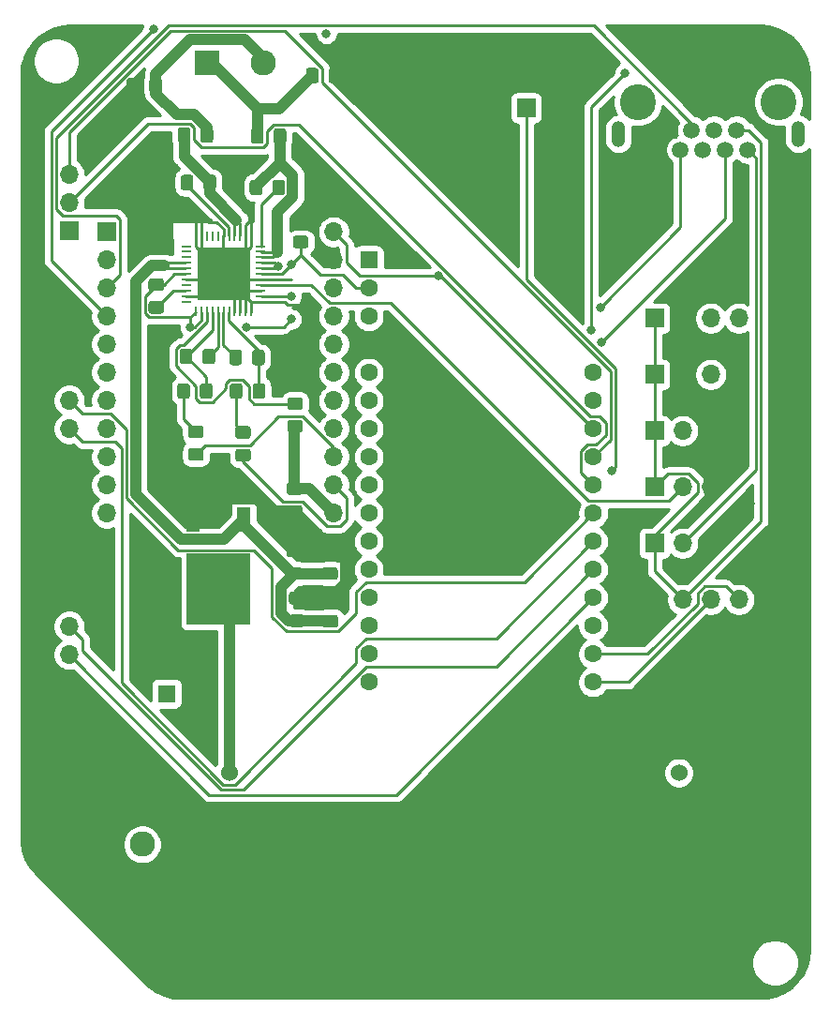
<source format=gbr>
G04 #@! TF.GenerationSoftware,KiCad,Pcbnew,(5.1.6)-1*
G04 #@! TF.CreationDate,2020-11-04T20:11:43-06:00*
G04 #@! TF.ProjectId,ControlBoardnRF_22PinSound_PowerAmp,436f6e74-726f-46c4-926f-6172646e5246,rev?*
G04 #@! TF.SameCoordinates,Original*
G04 #@! TF.FileFunction,Copper,L2,Bot*
G04 #@! TF.FilePolarity,Positive*
%FSLAX46Y46*%
G04 Gerber Fmt 4.6, Leading zero omitted, Abs format (unit mm)*
G04 Created by KiCad (PCBNEW (5.1.6)-1) date 2020-11-04 20:11:43*
%MOMM*%
%LPD*%
G01*
G04 APERTURE LIST*
G04 #@! TA.AperFunction,WasherPad*
%ADD10C,3.250000*%
G04 #@! TD*
G04 #@! TA.AperFunction,ComponentPad*
%ADD11C,1.500000*%
G04 #@! TD*
G04 #@! TA.AperFunction,ComponentPad*
%ADD12R,1.500000X1.500000*%
G04 #@! TD*
G04 #@! TA.AperFunction,ComponentPad*
%ADD13O,1.259000X2.362000*%
G04 #@! TD*
G04 #@! TA.AperFunction,ComponentPad*
%ADD14R,1.700000X1.700000*%
G04 #@! TD*
G04 #@! TA.AperFunction,ComponentPad*
%ADD15O,1.700000X1.700000*%
G04 #@! TD*
G04 #@! TA.AperFunction,ComponentPad*
%ADD16C,1.600000*%
G04 #@! TD*
G04 #@! TA.AperFunction,ComponentPad*
%ADD17R,1.600000X1.600000*%
G04 #@! TD*
G04 #@! TA.AperFunction,ComponentPad*
%ADD18R,2.286000X2.286000*%
G04 #@! TD*
G04 #@! TA.AperFunction,ComponentPad*
%ADD19C,2.286000*%
G04 #@! TD*
G04 #@! TA.AperFunction,ComponentPad*
%ADD20C,0.100000*%
G04 #@! TD*
G04 #@! TA.AperFunction,ComponentPad*
%ADD21C,1.524000*%
G04 #@! TD*
G04 #@! TA.AperFunction,SMDPad,CuDef*
%ADD22R,1.200000X2.200000*%
G04 #@! TD*
G04 #@! TA.AperFunction,SMDPad,CuDef*
%ADD23R,5.800000X6.400000*%
G04 #@! TD*
G04 #@! TA.AperFunction,ComponentPad*
%ADD24C,0.800000*%
G04 #@! TD*
G04 #@! TA.AperFunction,SMDPad,CuDef*
%ADD25R,0.965200X0.254000*%
G04 #@! TD*
G04 #@! TA.AperFunction,SMDPad,CuDef*
%ADD26R,0.254000X0.965200*%
G04 #@! TD*
G04 #@! TA.AperFunction,SMDPad,CuDef*
%ADD27R,4.851400X4.851400*%
G04 #@! TD*
G04 #@! TA.AperFunction,ViaPad*
%ADD28C,0.800000*%
G04 #@! TD*
G04 #@! TA.AperFunction,Conductor*
%ADD29C,0.250000*%
G04 #@! TD*
G04 #@! TA.AperFunction,Conductor*
%ADD30C,1.000000*%
G04 #@! TD*
G04 #@! TA.AperFunction,Conductor*
%ADD31C,0.254000*%
G04 #@! TD*
G04 APERTURE END LIST*
D10*
X177318320Y-76359180D03*
X164618320Y-76359180D03*
D11*
X174529020Y-80679180D03*
X173509020Y-78899180D03*
X172499020Y-80679180D03*
X171479020Y-78899180D03*
X170469020Y-80679180D03*
X169449020Y-78899180D03*
X168439020Y-80679180D03*
D12*
X167419020Y-78899180D03*
D13*
X179098320Y-79261130D03*
X162838320Y-79261130D03*
D14*
X116600000Y-88100000D03*
D15*
X137100000Y-88100000D03*
X116600000Y-90640000D03*
X137100000Y-90640000D03*
X116600000Y-93180000D03*
X137100000Y-93180000D03*
X116600000Y-95720000D03*
X137100000Y-95720000D03*
X116600000Y-98260000D03*
X137100000Y-98260000D03*
X116600000Y-100800000D03*
X137100000Y-100800000D03*
X116600000Y-103340000D03*
X137100000Y-103340000D03*
X116600000Y-105880000D03*
X137100000Y-105880000D03*
X116600000Y-108420000D03*
X137100000Y-108420000D03*
X116600000Y-110960000D03*
X137100000Y-110960000D03*
X116600000Y-113500000D03*
X137100000Y-113500000D03*
X173720000Y-121300000D03*
X171180000Y-121300000D03*
X168640000Y-121300000D03*
D14*
X166100000Y-121300000D03*
D16*
X140267940Y-123678940D03*
X140267940Y-121138940D03*
X140267940Y-118598940D03*
X140267940Y-116058940D03*
X140267940Y-113518940D03*
X140267940Y-110978940D03*
X140267940Y-108438940D03*
X140267940Y-105898940D03*
X140267940Y-103358940D03*
X140267940Y-100818940D03*
X140267940Y-98278940D03*
X140267940Y-95738940D03*
X140267940Y-93198940D03*
D17*
X140267940Y-90658940D03*
D16*
X160567940Y-128758940D03*
X160567940Y-126218940D03*
X160567940Y-123678940D03*
X160567940Y-121138940D03*
X160567940Y-118598940D03*
X160567940Y-116058940D03*
X160567940Y-113518940D03*
X160567940Y-110978940D03*
X160567940Y-108438940D03*
X160567940Y-105898940D03*
X160567940Y-103358940D03*
X160567940Y-100818940D03*
X140267940Y-126218940D03*
X140267940Y-128758940D03*
D18*
X125700000Y-72800000D03*
D19*
X130780000Y-72800000D03*
G04 #@! TA.AperFunction,SMDPad,CuDef*
G36*
G01*
X128461919Y-105641060D02*
X129361921Y-105641060D01*
G75*
G02*
X129611920Y-105891059I0J-249999D01*
G01*
X129611920Y-106541061D01*
G75*
G02*
X129361921Y-106791060I-249999J0D01*
G01*
X128461919Y-106791060D01*
G75*
G02*
X128211920Y-106541061I0J249999D01*
G01*
X128211920Y-105891059D01*
G75*
G02*
X128461919Y-105641060I249999J0D01*
G01*
G37*
G04 #@! TD.AperFunction*
G04 #@! TA.AperFunction,SMDPad,CuDef*
G36*
G01*
X128461919Y-107691060D02*
X129361921Y-107691060D01*
G75*
G02*
X129611920Y-107941059I0J-249999D01*
G01*
X129611920Y-108591061D01*
G75*
G02*
X129361921Y-108841060I-249999J0D01*
G01*
X128461919Y-108841060D01*
G75*
G02*
X128211920Y-108591061I0J249999D01*
G01*
X128211920Y-107941059D01*
G75*
G02*
X128461919Y-107691060I249999J0D01*
G01*
G37*
G04 #@! TD.AperFunction*
G04 #@! TA.AperFunction,SMDPad,CuDef*
G36*
G01*
X124207419Y-107630100D02*
X125107421Y-107630100D01*
G75*
G02*
X125357420Y-107880099I0J-249999D01*
G01*
X125357420Y-108530101D01*
G75*
G02*
X125107421Y-108780100I-249999J0D01*
G01*
X124207419Y-108780100D01*
G75*
G02*
X123957420Y-108530101I0J249999D01*
G01*
X123957420Y-107880099D01*
G75*
G02*
X124207419Y-107630100I249999J0D01*
G01*
G37*
G04 #@! TD.AperFunction*
G04 #@! TA.AperFunction,SMDPad,CuDef*
G36*
G01*
X124207419Y-105580100D02*
X125107421Y-105580100D01*
G75*
G02*
X125357420Y-105830099I0J-249999D01*
G01*
X125357420Y-106480101D01*
G75*
G02*
X125107421Y-106730100I-249999J0D01*
G01*
X124207419Y-106730100D01*
G75*
G02*
X123957420Y-106480101I0J249999D01*
G01*
X123957420Y-105830099D01*
G75*
G02*
X124207419Y-105580100I249999J0D01*
G01*
G37*
G04 #@! TD.AperFunction*
D17*
X122000000Y-129800000D03*
D16*
X125500000Y-129800000D03*
G04 #@! TA.AperFunction,SMDPad,CuDef*
G36*
G01*
X133106039Y-116329120D02*
X134006041Y-116329120D01*
G75*
G02*
X134256040Y-116579119I0J-249999D01*
G01*
X134256040Y-117229121D01*
G75*
G02*
X134006041Y-117479120I-249999J0D01*
G01*
X133106039Y-117479120D01*
G75*
G02*
X132856040Y-117229121I0J249999D01*
G01*
X132856040Y-116579119D01*
G75*
G02*
X133106039Y-116329120I249999J0D01*
G01*
G37*
G04 #@! TD.AperFunction*
G04 #@! TA.AperFunction,SMDPad,CuDef*
G36*
G01*
X133106039Y-118379120D02*
X134006041Y-118379120D01*
G75*
G02*
X134256040Y-118629119I0J-249999D01*
G01*
X134256040Y-119279121D01*
G75*
G02*
X134006041Y-119529120I-249999J0D01*
G01*
X133106039Y-119529120D01*
G75*
G02*
X132856040Y-119279121I0J249999D01*
G01*
X132856040Y-118629119D01*
G75*
G02*
X133106039Y-118379120I249999J0D01*
G01*
G37*
G04 #@! TD.AperFunction*
G04 #@! TA.AperFunction,SMDPad,CuDef*
G36*
G01*
X136331839Y-116329120D02*
X137231841Y-116329120D01*
G75*
G02*
X137481840Y-116579119I0J-249999D01*
G01*
X137481840Y-117229121D01*
G75*
G02*
X137231841Y-117479120I-249999J0D01*
G01*
X136331839Y-117479120D01*
G75*
G02*
X136081840Y-117229121I0J249999D01*
G01*
X136081840Y-116579119D01*
G75*
G02*
X136331839Y-116329120I249999J0D01*
G01*
G37*
G04 #@! TD.AperFunction*
G04 #@! TA.AperFunction,SMDPad,CuDef*
G36*
G01*
X136331839Y-118379120D02*
X137231841Y-118379120D01*
G75*
G02*
X137481840Y-118629119I0J-249999D01*
G01*
X137481840Y-119279121D01*
G75*
G02*
X137231841Y-119529120I-249999J0D01*
G01*
X136331839Y-119529120D01*
G75*
G02*
X136081840Y-119279121I0J249999D01*
G01*
X136081840Y-118629119D01*
G75*
G02*
X136331839Y-118379120I249999J0D01*
G01*
G37*
G04 #@! TD.AperFunction*
G04 #@! TA.AperFunction,SMDPad,CuDef*
G36*
G01*
X133315859Y-122646580D02*
X134215861Y-122646580D01*
G75*
G02*
X134465860Y-122896579I0J-249999D01*
G01*
X134465860Y-123546581D01*
G75*
G02*
X134215861Y-123796580I-249999J0D01*
G01*
X133315859Y-123796580D01*
G75*
G02*
X133065860Y-123546581I0J249999D01*
G01*
X133065860Y-122896579D01*
G75*
G02*
X133315859Y-122646580I249999J0D01*
G01*
G37*
G04 #@! TD.AperFunction*
G04 #@! TA.AperFunction,SMDPad,CuDef*
G36*
G01*
X133315859Y-120596580D02*
X134215861Y-120596580D01*
G75*
G02*
X134465860Y-120846579I0J-249999D01*
G01*
X134465860Y-121496581D01*
G75*
G02*
X134215861Y-121746580I-249999J0D01*
G01*
X133315859Y-121746580D01*
G75*
G02*
X133065860Y-121496581I0J249999D01*
G01*
X133065860Y-120846579D01*
G75*
G02*
X133315859Y-120596580I249999J0D01*
G01*
G37*
G04 #@! TD.AperFunction*
G04 #@! TA.AperFunction,SMDPad,CuDef*
G36*
G01*
X136361319Y-122687220D02*
X137261321Y-122687220D01*
G75*
G02*
X137511320Y-122937219I0J-249999D01*
G01*
X137511320Y-123587221D01*
G75*
G02*
X137261321Y-123837220I-249999J0D01*
G01*
X136361319Y-123837220D01*
G75*
G02*
X136111320Y-123587221I0J249999D01*
G01*
X136111320Y-122937219D01*
G75*
G02*
X136361319Y-122687220I249999J0D01*
G01*
G37*
G04 #@! TD.AperFunction*
G04 #@! TA.AperFunction,SMDPad,CuDef*
G36*
G01*
X136361319Y-120637220D02*
X137261321Y-120637220D01*
G75*
G02*
X137511320Y-120887219I0J-249999D01*
G01*
X137511320Y-121537221D01*
G75*
G02*
X137261321Y-121787220I-249999J0D01*
G01*
X136361319Y-121787220D01*
G75*
G02*
X136111320Y-121537221I0J249999D01*
G01*
X136111320Y-120887219D01*
G75*
G02*
X136361319Y-120637220I249999J0D01*
G01*
G37*
G04 #@! TD.AperFunction*
G04 #@! TA.AperFunction,SMDPad,CuDef*
G36*
G01*
X133168539Y-103042640D02*
X134068541Y-103042640D01*
G75*
G02*
X134318540Y-103292639I0J-249999D01*
G01*
X134318540Y-103942641D01*
G75*
G02*
X134068541Y-104192640I-249999J0D01*
G01*
X133168539Y-104192640D01*
G75*
G02*
X132918540Y-103942641I0J249999D01*
G01*
X132918540Y-103292639D01*
G75*
G02*
X133168539Y-103042640I249999J0D01*
G01*
G37*
G04 #@! TD.AperFunction*
G04 #@! TA.AperFunction,SMDPad,CuDef*
G36*
G01*
X133168539Y-105092640D02*
X134068541Y-105092640D01*
G75*
G02*
X134318540Y-105342639I0J-249999D01*
G01*
X134318540Y-105992641D01*
G75*
G02*
X134068541Y-106242640I-249999J0D01*
G01*
X133168539Y-106242640D01*
G75*
G02*
X132918540Y-105992641I0J249999D01*
G01*
X132918540Y-105342639D01*
G75*
G02*
X133168539Y-105092640I249999J0D01*
G01*
G37*
G04 #@! TD.AperFunction*
G04 #@! TA.AperFunction,SMDPad,CuDef*
G36*
G01*
X129506480Y-84551661D02*
X129506480Y-83651659D01*
G75*
G02*
X129756479Y-83401660I249999J0D01*
G01*
X130406481Y-83401660D01*
G75*
G02*
X130656480Y-83651659I0J-249999D01*
G01*
X130656480Y-84551661D01*
G75*
G02*
X130406481Y-84801660I-249999J0D01*
G01*
X129756479Y-84801660D01*
G75*
G02*
X129506480Y-84551661I0J249999D01*
G01*
G37*
G04 #@! TD.AperFunction*
G04 #@! TA.AperFunction,SMDPad,CuDef*
G36*
G01*
X131556480Y-84551661D02*
X131556480Y-83651659D01*
G75*
G02*
X131806479Y-83401660I249999J0D01*
G01*
X132456481Y-83401660D01*
G75*
G02*
X132706480Y-83651659I0J-249999D01*
G01*
X132706480Y-84551661D01*
G75*
G02*
X132456481Y-84801660I-249999J0D01*
G01*
X131806479Y-84801660D01*
G75*
G02*
X131556480Y-84551661I0J249999D01*
G01*
G37*
G04 #@! TD.AperFunction*
G04 #@! TA.AperFunction,SMDPad,CuDef*
G36*
G01*
X124430940Y-83204619D02*
X124430940Y-84104621D01*
G75*
G02*
X124180941Y-84354620I-249999J0D01*
G01*
X123530939Y-84354620D01*
G75*
G02*
X123280940Y-84104621I0J249999D01*
G01*
X123280940Y-83204619D01*
G75*
G02*
X123530939Y-82954620I249999J0D01*
G01*
X124180941Y-82954620D01*
G75*
G02*
X124430940Y-83204619I0J-249999D01*
G01*
G37*
G04 #@! TD.AperFunction*
G04 #@! TA.AperFunction,SMDPad,CuDef*
G36*
G01*
X126480940Y-83204619D02*
X126480940Y-84104621D01*
G75*
G02*
X126230941Y-84354620I-249999J0D01*
G01*
X125580939Y-84354620D01*
G75*
G02*
X125330940Y-84104621I0J249999D01*
G01*
X125330940Y-83204619D01*
G75*
G02*
X125580939Y-82954620I249999J0D01*
G01*
X126230941Y-82954620D01*
G75*
G02*
X126480940Y-83204619I0J-249999D01*
G01*
G37*
G04 #@! TD.AperFunction*
G04 #@! TA.AperFunction,SMDPad,CuDef*
G36*
G01*
X135750000Y-73549999D02*
X135750000Y-74450001D01*
G75*
G02*
X135500001Y-74700000I-249999J0D01*
G01*
X134849999Y-74700000D01*
G75*
G02*
X134600000Y-74450001I0J249999D01*
G01*
X134600000Y-73549999D01*
G75*
G02*
X134849999Y-73300000I249999J0D01*
G01*
X135500001Y-73300000D01*
G75*
G02*
X135750000Y-73549999I0J-249999D01*
G01*
G37*
G04 #@! TD.AperFunction*
G04 #@! TA.AperFunction,SMDPad,CuDef*
G36*
G01*
X137800000Y-73549999D02*
X137800000Y-74450001D01*
G75*
G02*
X137550001Y-74700000I-249999J0D01*
G01*
X136899999Y-74700000D01*
G75*
G02*
X136650000Y-74450001I0J249999D01*
G01*
X136650000Y-73549999D01*
G75*
G02*
X136899999Y-73300000I249999J0D01*
G01*
X137550001Y-73300000D01*
G75*
G02*
X137800000Y-73549999I0J-249999D01*
G01*
G37*
G04 #@! TD.AperFunction*
G04 #@! TA.AperFunction,SMDPad,CuDef*
G36*
G01*
X121600000Y-74446699D02*
X121600000Y-75346701D01*
G75*
G02*
X121350001Y-75596700I-249999J0D01*
G01*
X120699999Y-75596700D01*
G75*
G02*
X120450000Y-75346701I0J249999D01*
G01*
X120450000Y-74446699D01*
G75*
G02*
X120699999Y-74196700I249999J0D01*
G01*
X121350001Y-74196700D01*
G75*
G02*
X121600000Y-74446699I0J-249999D01*
G01*
G37*
G04 #@! TD.AperFunction*
G04 #@! TA.AperFunction,SMDPad,CuDef*
G36*
G01*
X119550000Y-74446699D02*
X119550000Y-75346701D01*
G75*
G02*
X119300001Y-75596700I-249999J0D01*
G01*
X118649999Y-75596700D01*
G75*
G02*
X118400000Y-75346701I0J249999D01*
G01*
X118400000Y-74446699D01*
G75*
G02*
X118649999Y-74196700I249999J0D01*
G01*
X119300001Y-74196700D01*
G75*
G02*
X119550000Y-74446699I0J-249999D01*
G01*
G37*
G04 #@! TD.AperFunction*
G04 #@! TA.AperFunction,SMDPad,CuDef*
G36*
G01*
X133115199Y-112773600D02*
X134015201Y-112773600D01*
G75*
G02*
X134265200Y-113023599I0J-249999D01*
G01*
X134265200Y-113673601D01*
G75*
G02*
X134015201Y-113923600I-249999J0D01*
G01*
X133115199Y-113923600D01*
G75*
G02*
X132865200Y-113673601I0J249999D01*
G01*
X132865200Y-113023599D01*
G75*
G02*
X133115199Y-112773600I249999J0D01*
G01*
G37*
G04 #@! TD.AperFunction*
G04 #@! TA.AperFunction,SMDPad,CuDef*
G36*
G01*
X133115199Y-110723600D02*
X134015201Y-110723600D01*
G75*
G02*
X134265200Y-110973599I0J-249999D01*
G01*
X134265200Y-111623601D01*
G75*
G02*
X134015201Y-111873600I-249999J0D01*
G01*
X133115199Y-111873600D01*
G75*
G02*
X132865200Y-111623601I0J249999D01*
G01*
X132865200Y-110973599D01*
G75*
G02*
X133115199Y-110723600I249999J0D01*
G01*
G37*
G04 #@! TD.AperFunction*
G04 #@! TA.AperFunction,SMDPad,CuDef*
G36*
G01*
X130775860Y-79005999D02*
X130775860Y-79906001D01*
G75*
G02*
X130525861Y-80156000I-249999J0D01*
G01*
X129875859Y-80156000D01*
G75*
G02*
X129625860Y-79906001I0J249999D01*
G01*
X129625860Y-79005999D01*
G75*
G02*
X129875859Y-78756000I249999J0D01*
G01*
X130525861Y-78756000D01*
G75*
G02*
X130775860Y-79005999I0J-249999D01*
G01*
G37*
G04 #@! TD.AperFunction*
G04 #@! TA.AperFunction,SMDPad,CuDef*
G36*
G01*
X132825860Y-79005999D02*
X132825860Y-79906001D01*
G75*
G02*
X132575861Y-80156000I-249999J0D01*
G01*
X131925859Y-80156000D01*
G75*
G02*
X131675860Y-79906001I0J249999D01*
G01*
X131675860Y-79005999D01*
G75*
G02*
X131925859Y-78756000I249999J0D01*
G01*
X132575861Y-78756000D01*
G75*
G02*
X132825860Y-79005999I0J-249999D01*
G01*
G37*
G04 #@! TD.AperFunction*
G04 #@! TA.AperFunction,SMDPad,CuDef*
G36*
G01*
X123014240Y-79814561D02*
X123014240Y-78914559D01*
G75*
G02*
X123264239Y-78664560I249999J0D01*
G01*
X123914241Y-78664560D01*
G75*
G02*
X124164240Y-78914559I0J-249999D01*
G01*
X124164240Y-79814561D01*
G75*
G02*
X123914241Y-80064560I-249999J0D01*
G01*
X123264239Y-80064560D01*
G75*
G02*
X123014240Y-79814561I0J249999D01*
G01*
G37*
G04 #@! TD.AperFunction*
G04 #@! TA.AperFunction,SMDPad,CuDef*
G36*
G01*
X125064240Y-79814561D02*
X125064240Y-78914559D01*
G75*
G02*
X125314239Y-78664560I249999J0D01*
G01*
X125964241Y-78664560D01*
G75*
G02*
X126214240Y-78914559I0J-249999D01*
G01*
X126214240Y-79814561D01*
G75*
G02*
X125964241Y-80064560I-249999J0D01*
G01*
X125314239Y-80064560D01*
G75*
G02*
X125064240Y-79814561I0J249999D01*
G01*
G37*
G04 #@! TD.AperFunction*
D14*
X154500000Y-76900000D03*
D15*
X157040000Y-76900000D03*
G04 #@! TA.AperFunction,ComponentPad*
D20*
G36*
X116200000Y-148616446D02*
G01*
X114583554Y-147000000D01*
X116200000Y-145383554D01*
X117816446Y-147000000D01*
X116200000Y-148616446D01*
G37*
G04 #@! TD.AperFunction*
D19*
X119792102Y-143407898D03*
G04 #@! TA.AperFunction,SMDPad,CuDef*
G36*
G01*
X128868320Y-102031099D02*
X128868320Y-102931101D01*
G75*
G02*
X128618321Y-103181100I-249999J0D01*
G01*
X127968319Y-103181100D01*
G75*
G02*
X127718320Y-102931101I0J249999D01*
G01*
X127718320Y-102031099D01*
G75*
G02*
X127968319Y-101781100I249999J0D01*
G01*
X128618321Y-101781100D01*
G75*
G02*
X128868320Y-102031099I0J-249999D01*
G01*
G37*
G04 #@! TD.AperFunction*
G04 #@! TA.AperFunction,SMDPad,CuDef*
G36*
G01*
X130918320Y-102031099D02*
X130918320Y-102931101D01*
G75*
G02*
X130668321Y-103181100I-249999J0D01*
G01*
X130018319Y-103181100D01*
G75*
G02*
X129768320Y-102931101I0J249999D01*
G01*
X129768320Y-102031099D01*
G75*
G02*
X130018319Y-101781100I249999J0D01*
G01*
X130668321Y-101781100D01*
G75*
G02*
X130918320Y-102031099I0J-249999D01*
G01*
G37*
G04 #@! TD.AperFunction*
G04 #@! TA.AperFunction,SMDPad,CuDef*
G36*
G01*
X126158360Y-102031099D02*
X126158360Y-102931101D01*
G75*
G02*
X125908361Y-103181100I-249999J0D01*
G01*
X125258359Y-103181100D01*
G75*
G02*
X125008360Y-102931101I0J249999D01*
G01*
X125008360Y-102031099D01*
G75*
G02*
X125258359Y-101781100I249999J0D01*
G01*
X125908361Y-101781100D01*
G75*
G02*
X126158360Y-102031099I0J-249999D01*
G01*
G37*
G04 #@! TD.AperFunction*
G04 #@! TA.AperFunction,SMDPad,CuDef*
G36*
G01*
X124108360Y-102031099D02*
X124108360Y-102931101D01*
G75*
G02*
X123858361Y-103181100I-249999J0D01*
G01*
X123208359Y-103181100D01*
G75*
G02*
X122958360Y-102931101I0J249999D01*
G01*
X122958360Y-102031099D01*
G75*
G02*
X123208359Y-101781100I249999J0D01*
G01*
X123858361Y-101781100D01*
G75*
G02*
X124108360Y-102031099I0J-249999D01*
G01*
G37*
G04 #@! TD.AperFunction*
G04 #@! TA.AperFunction,SMDPad,CuDef*
G36*
G01*
X127667520Y-99898341D02*
X127667520Y-98998339D01*
G75*
G02*
X127917519Y-98748340I249999J0D01*
G01*
X128567521Y-98748340D01*
G75*
G02*
X128817520Y-98998339I0J-249999D01*
G01*
X128817520Y-99898341D01*
G75*
G02*
X128567521Y-100148340I-249999J0D01*
G01*
X127917519Y-100148340D01*
G75*
G02*
X127667520Y-99898341I0J249999D01*
G01*
G37*
G04 #@! TD.AperFunction*
G04 #@! TA.AperFunction,SMDPad,CuDef*
G36*
G01*
X129717520Y-99898341D02*
X129717520Y-98998339D01*
G75*
G02*
X129967519Y-98748340I249999J0D01*
G01*
X130617521Y-98748340D01*
G75*
G02*
X130867520Y-98998339I0J-249999D01*
G01*
X130867520Y-99898341D01*
G75*
G02*
X130617521Y-100148340I-249999J0D01*
G01*
X129967519Y-100148340D01*
G75*
G02*
X129717520Y-99898341I0J249999D01*
G01*
G37*
G04 #@! TD.AperFunction*
G04 #@! TA.AperFunction,SMDPad,CuDef*
G36*
G01*
X124334420Y-98909439D02*
X124334420Y-99809441D01*
G75*
G02*
X124084421Y-100059440I-249999J0D01*
G01*
X123434419Y-100059440D01*
G75*
G02*
X123184420Y-99809441I0J249999D01*
G01*
X123184420Y-98909439D01*
G75*
G02*
X123434419Y-98659440I249999J0D01*
G01*
X124084421Y-98659440D01*
G75*
G02*
X124334420Y-98909439I0J-249999D01*
G01*
G37*
G04 #@! TD.AperFunction*
G04 #@! TA.AperFunction,SMDPad,CuDef*
G36*
G01*
X126384420Y-98909439D02*
X126384420Y-99809441D01*
G75*
G02*
X126134421Y-100059440I-249999J0D01*
G01*
X125484419Y-100059440D01*
G75*
G02*
X125234420Y-99809441I0J249999D01*
G01*
X125234420Y-98909439D01*
G75*
G02*
X125484419Y-98659440I249999J0D01*
G01*
X126134421Y-98659440D01*
G75*
G02*
X126384420Y-98909439I0J-249999D01*
G01*
G37*
G04 #@! TD.AperFunction*
G04 #@! TA.AperFunction,SMDPad,CuDef*
G36*
G01*
X134574001Y-89599400D02*
X133673999Y-89599400D01*
G75*
G02*
X133424000Y-89349401I0J249999D01*
G01*
X133424000Y-88699399D01*
G75*
G02*
X133673999Y-88449400I249999J0D01*
G01*
X134574001Y-88449400D01*
G75*
G02*
X134824000Y-88699399I0J-249999D01*
G01*
X134824000Y-89349401D01*
G75*
G02*
X134574001Y-89599400I-249999J0D01*
G01*
G37*
G04 #@! TD.AperFunction*
G04 #@! TA.AperFunction,SMDPad,CuDef*
G36*
G01*
X134574001Y-87549400D02*
X133673999Y-87549400D01*
G75*
G02*
X133424000Y-87299401I0J249999D01*
G01*
X133424000Y-86649399D01*
G75*
G02*
X133673999Y-86399400I249999J0D01*
G01*
X134574001Y-86399400D01*
G75*
G02*
X134824000Y-86649399I0J-249999D01*
G01*
X134824000Y-87299401D01*
G75*
G02*
X134574001Y-87549400I-249999J0D01*
G01*
G37*
G04 #@! TD.AperFunction*
G04 #@! TA.AperFunction,SMDPad,CuDef*
G36*
G01*
X121515861Y-95495900D02*
X120615859Y-95495900D01*
G75*
G02*
X120365860Y-95245901I0J249999D01*
G01*
X120365860Y-94595899D01*
G75*
G02*
X120615859Y-94345900I249999J0D01*
G01*
X121515861Y-94345900D01*
G75*
G02*
X121765860Y-94595899I0J-249999D01*
G01*
X121765860Y-95245901D01*
G75*
G02*
X121515861Y-95495900I-249999J0D01*
G01*
G37*
G04 #@! TD.AperFunction*
G04 #@! TA.AperFunction,SMDPad,CuDef*
G36*
G01*
X121515861Y-93445900D02*
X120615859Y-93445900D01*
G75*
G02*
X120365860Y-93195901I0J249999D01*
G01*
X120365860Y-92545899D01*
G75*
G02*
X120615859Y-92295900I249999J0D01*
G01*
X121515861Y-92295900D01*
G75*
G02*
X121765860Y-92545899I0J-249999D01*
G01*
X121765860Y-93195901D01*
G75*
G02*
X121515861Y-93445900I-249999J0D01*
G01*
G37*
G04 #@! TD.AperFunction*
D21*
X127650500Y-136936500D03*
X127650500Y-154716500D03*
X168290500Y-136936500D03*
X168290500Y-154716500D03*
D22*
X124428200Y-114051400D03*
X128988200Y-114051400D03*
D23*
X126708200Y-120351400D03*
D14*
X166100000Y-95900000D03*
D15*
X168640000Y-95900000D03*
X171180000Y-95900000D03*
X173720000Y-95900000D03*
D14*
X166100000Y-100980000D03*
D15*
X168640000Y-100980000D03*
X171180000Y-100980000D03*
X171180000Y-106060000D03*
X168640000Y-106060000D03*
D14*
X166100000Y-106060000D03*
X166100000Y-116220000D03*
D15*
X168640000Y-116220000D03*
X171180000Y-116220000D03*
D14*
X113200000Y-88000000D03*
D15*
X113200000Y-85460000D03*
X113200000Y-82920000D03*
D14*
X113200000Y-108400000D03*
D15*
X113200000Y-105860000D03*
X113200000Y-103320000D03*
X113200000Y-123720000D03*
X113200000Y-126260000D03*
D14*
X113200000Y-128800000D03*
X166100000Y-111140000D03*
D15*
X168640000Y-111140000D03*
X171180000Y-111140000D03*
D24*
X126543575Y-93112850D03*
X127756425Y-93112850D03*
X127756425Y-90687150D03*
X126543575Y-90687150D03*
X128362850Y-91900000D03*
X125937150Y-91900000D03*
X127150000Y-91900000D03*
D25*
X130528200Y-89400000D03*
X130528200Y-89899999D03*
X130528200Y-90400000D03*
X130528200Y-90899999D03*
X130528200Y-91400001D03*
X130528200Y-91900000D03*
X130528200Y-92399999D03*
X130528200Y-92900001D03*
X130528200Y-93400000D03*
X130528200Y-93900001D03*
X130528200Y-94400000D03*
D26*
X129650000Y-95278200D03*
X129150001Y-95278200D03*
X128650000Y-95278200D03*
X128150001Y-95278200D03*
X127649999Y-95278200D03*
X127150000Y-95278200D03*
X126650001Y-95278200D03*
X126149999Y-95278200D03*
X125650000Y-95278200D03*
X125149999Y-95278200D03*
X124650000Y-95278200D03*
D25*
X123771800Y-94400000D03*
X123771800Y-93900001D03*
X123771800Y-93400000D03*
X123771800Y-92900001D03*
X123771800Y-92399999D03*
X123771800Y-91900000D03*
X123771800Y-91400001D03*
X123771800Y-90899999D03*
X123771800Y-90400000D03*
X123771800Y-89899999D03*
X123771800Y-89400000D03*
D26*
X124650000Y-88521800D03*
X125149999Y-88521800D03*
X125650000Y-88521800D03*
X126149999Y-88521800D03*
X126650001Y-88521800D03*
X127150000Y-88521800D03*
X127649999Y-88521800D03*
X128150001Y-88521800D03*
X128650000Y-88521800D03*
X129150001Y-88521800D03*
X129650000Y-88521800D03*
D27*
X127150000Y-91900000D03*
D28*
X161200000Y-94900000D03*
X146573939Y-92073939D03*
X133556040Y-115228360D03*
X117700000Y-77300000D03*
X164100000Y-85800000D03*
X174800000Y-112600000D03*
X166300000Y-113500000D03*
X133266878Y-95982382D03*
X133258494Y-93923386D03*
X124131502Y-96679602D03*
X129196423Y-96679718D03*
X133245721Y-91066901D03*
X132058980Y-91177000D03*
X124900000Y-115800000D03*
X161300000Y-98100000D03*
X160400000Y-97000000D03*
X163400000Y-73800000D03*
X120800000Y-69800000D03*
X136445097Y-70209314D03*
X162200000Y-109700000D03*
D29*
X146742939Y-92073939D02*
X160567940Y-105898940D01*
X137100000Y-88100000D02*
X138275001Y-89275001D01*
X138275001Y-90851003D02*
X139497937Y-92073939D01*
X138275001Y-89275001D02*
X138275001Y-90851003D01*
X168439020Y-80679180D02*
X168439020Y-87660980D01*
X168439020Y-87660980D02*
X161200000Y-94900000D01*
X139497937Y-92073939D02*
X146573939Y-92073939D01*
X146573939Y-92073939D02*
X146742939Y-92073939D01*
D30*
X133806500Y-121212220D02*
X133765860Y-121171580D01*
X136811320Y-121212220D02*
X133806500Y-121212220D01*
X136781840Y-116904120D02*
X133556040Y-116904120D01*
X133556040Y-113357760D02*
X133565200Y-113348600D01*
X133556040Y-116904120D02*
X133556040Y-115228360D01*
X133556040Y-115228360D02*
X133556040Y-113357760D01*
X126228201Y-112251399D02*
X124428200Y-114051400D01*
X130148201Y-112251399D02*
X126228201Y-112251399D01*
X133565200Y-113348600D02*
X131245402Y-113348600D01*
X131245402Y-113348600D02*
X130148201Y-112251399D01*
D29*
X126639001Y-92401999D02*
X127139000Y-91902000D01*
X123693400Y-92401999D02*
X126639001Y-92401999D01*
X125138999Y-93902001D02*
X127139000Y-91902000D01*
X123693400Y-93902001D02*
X125138999Y-93902001D01*
X128139001Y-92902001D02*
X127139000Y-91902000D01*
X128139001Y-95347600D02*
X128139001Y-92902001D01*
X128639000Y-93402000D02*
X127139000Y-91902000D01*
X128639000Y-95347600D02*
X128639000Y-93402000D01*
X129139001Y-93902001D02*
X127139000Y-91902000D01*
X129139001Y-95347600D02*
X129139001Y-93902001D01*
X129639000Y-94402000D02*
X127139000Y-91902000D01*
X129639000Y-95347600D02*
X129639000Y-94402000D01*
X130584600Y-94402000D02*
X129639000Y-94402000D01*
X130584600Y-93402000D02*
X128639000Y-93402000D01*
X127638999Y-92401999D02*
X127139000Y-91902000D01*
X130584600Y-92401999D02*
X127638999Y-92401999D01*
X129639000Y-89402000D02*
X127139000Y-91902000D01*
X129639000Y-88456400D02*
X129639000Y-89402000D01*
X129139001Y-89901999D02*
X127139000Y-91902000D01*
X129139001Y-88456400D02*
X129139001Y-89901999D01*
X127139000Y-88456400D02*
X127139000Y-91902000D01*
X125138999Y-89901999D02*
X127139000Y-91902000D01*
X125138999Y-88456400D02*
X125138999Y-89901999D01*
X124639000Y-89402000D02*
X127139000Y-91902000D01*
X124639000Y-88456400D02*
X124639000Y-89402000D01*
D30*
X138181850Y-119841690D02*
X136811320Y-121212220D01*
X138181850Y-117604130D02*
X138181850Y-119841690D01*
X136781840Y-116904120D02*
X137481840Y-116904120D01*
X137481840Y-116904120D02*
X138181850Y-117604130D01*
D29*
X124650000Y-88521800D02*
X124650000Y-86450000D01*
X132662106Y-94400000D02*
X132962106Y-94700000D01*
X130528200Y-94400000D02*
X132662106Y-94400000D01*
X132962106Y-94700000D02*
X134200000Y-94700000D01*
X125799998Y-87200000D02*
X125149999Y-86550001D01*
X126500000Y-87200000D02*
X125799998Y-87200000D01*
X127150000Y-88521800D02*
X127150000Y-87850000D01*
X125149999Y-86550001D02*
X125149999Y-88521800D01*
X127150000Y-87850000D02*
X126500000Y-87200000D01*
X129150001Y-88521800D02*
X129150001Y-87449999D01*
X129650000Y-88521800D02*
X129650000Y-86950000D01*
X129150001Y-87449999D02*
X129650000Y-86950000D01*
X129650000Y-86950000D02*
X129650000Y-86350000D01*
X130528200Y-92399999D02*
X133300001Y-92399999D01*
X134073200Y-89075200D02*
X134124000Y-89024400D01*
X134124000Y-90188622D02*
X134124000Y-89024400D01*
X133245721Y-91066901D02*
X134124000Y-90188622D01*
X130605985Y-93923386D02*
X130584600Y-93902001D01*
X133258494Y-93923386D02*
X130605985Y-93923386D01*
X133067616Y-95783120D02*
X133266878Y-95982382D01*
X122734760Y-91902000D02*
X123693400Y-91902000D01*
X121065860Y-92870900D02*
X121765860Y-92870900D01*
X121765860Y-92870900D02*
X122734760Y-91902000D01*
X124165690Y-95820910D02*
X124639000Y-95347600D01*
X120040850Y-95484080D02*
X120377680Y-95820910D01*
X121065860Y-92870900D02*
X120040850Y-93895910D01*
X120040850Y-93895910D02*
X120040850Y-95484080D01*
X120377680Y-95820910D02*
X123781430Y-95820910D01*
X123781430Y-95820910D02*
X124165690Y-95820910D01*
X125138999Y-95347600D02*
X125138999Y-95672105D01*
X129196423Y-96679718D02*
X132569542Y-96679718D01*
X132569542Y-96679718D02*
X133266878Y-95982382D01*
X132403340Y-91902000D02*
X132406981Y-91905641D01*
X130584600Y-91902000D02*
X132403340Y-91902000D01*
X132406981Y-91905641D02*
X133245721Y-91066901D01*
X124131502Y-95855098D02*
X124165690Y-95820910D01*
X124131502Y-96679602D02*
X124131502Y-95855098D01*
X125138999Y-95347600D02*
X125138999Y-96061001D01*
X124520398Y-96679602D02*
X124131502Y-96679602D01*
X125138999Y-96061001D02*
X124520398Y-96679602D01*
X166100000Y-116220000D02*
X166180000Y-116220000D01*
X135940377Y-92004999D02*
X134124000Y-90188622D01*
X139136570Y-93198940D02*
X140267940Y-93198940D01*
X135940377Y-92004999D02*
X137942629Y-92004999D01*
X137942629Y-92004999D02*
X139136570Y-93198940D01*
X167275001Y-109964999D02*
X166100000Y-111140000D01*
X166100000Y-115500000D02*
X170004999Y-111595001D01*
X170004999Y-111595001D02*
X170004999Y-110765997D01*
X170004999Y-110765997D02*
X169204001Y-109964999D01*
X166100000Y-116220000D02*
X166100000Y-115500000D01*
X169204001Y-109964999D02*
X167275001Y-109964999D01*
X166100000Y-111140000D02*
X166100000Y-106060000D01*
X166100000Y-106060000D02*
X166100000Y-100980000D01*
X166100000Y-100980000D02*
X166100000Y-95900000D01*
X166100000Y-118760000D02*
X168640000Y-121300000D01*
X166100000Y-116220000D02*
X166100000Y-118760000D01*
X174569680Y-78899180D02*
X173509020Y-78899180D01*
X175729028Y-80058528D02*
X174569680Y-78899180D01*
X168640000Y-121300000D02*
X175729028Y-114210972D01*
X175729028Y-114210972D02*
X175729028Y-80058528D01*
D30*
X127650500Y-121293700D02*
X127650500Y-136936500D01*
X126708200Y-120351400D02*
X127650500Y-121293700D01*
D29*
X138275001Y-114064001D02*
X138275001Y-112135001D01*
X128911920Y-108266060D02*
X128911920Y-108841060D01*
X137664001Y-114675001D02*
X138275001Y-114064001D01*
X134309588Y-112448590D02*
X136535999Y-114675001D01*
X138275001Y-112135001D02*
X137100000Y-110960000D01*
X136535999Y-114675001D02*
X137664001Y-114675001D01*
X128911920Y-108841060D02*
X132519450Y-112448590D01*
X132519450Y-112448590D02*
X134309588Y-112448590D01*
X128293320Y-105597460D02*
X128911920Y-106216060D01*
X128293320Y-102481100D02*
X128293320Y-105597460D01*
X123533360Y-105031040D02*
X124657420Y-106155100D01*
X123533360Y-102481100D02*
X123533360Y-105031040D01*
X125496470Y-107366050D02*
X124657420Y-108205100D01*
X137100000Y-107560910D02*
X134306720Y-104767630D01*
X134306720Y-104767630D02*
X132132370Y-104767630D01*
X137100000Y-108420000D02*
X137100000Y-107560910D01*
X132132370Y-104767630D02*
X129533950Y-107366050D01*
X129533950Y-107366050D02*
X125496470Y-107366050D01*
D30*
X133390920Y-118954120D02*
X133556040Y-118954120D01*
X128988200Y-114051400D02*
X128988200Y-114551400D01*
X128988200Y-114551400D02*
X133390920Y-118954120D01*
X133556040Y-118954120D02*
X136781840Y-118954120D01*
X132365850Y-122521570D02*
X133065860Y-123221580D01*
X132365850Y-120144310D02*
X132365850Y-122521570D01*
X133065860Y-123221580D02*
X133765860Y-123221580D01*
X133556040Y-118954120D02*
X132365850Y-120144310D01*
X136770680Y-123221580D02*
X136811320Y-123262220D01*
X133765860Y-123221580D02*
X136770680Y-123221580D01*
X128988200Y-114051400D02*
X127188199Y-115851401D01*
X127188199Y-115851401D02*
X123268199Y-115851401D01*
X119215840Y-111799042D02*
X123268199Y-115851401D01*
X119215840Y-92602400D02*
X119215840Y-111799042D01*
X121799920Y-91129840D02*
X120688400Y-91129840D01*
X120688400Y-91129840D02*
X119215840Y-92602400D01*
D29*
X130584600Y-91402001D02*
X131833979Y-91402001D01*
X131833979Y-91402001D02*
X132058980Y-91177000D01*
X131783979Y-90901999D02*
X132058980Y-91177000D01*
X130584600Y-90901999D02*
X131783979Y-90901999D01*
X122027761Y-90901999D02*
X121799920Y-91129840D01*
X123693400Y-90901999D02*
X122027761Y-90901999D01*
X122072081Y-91402001D02*
X121799920Y-91129840D01*
X123693400Y-91402001D02*
X122072081Y-91402001D01*
D30*
X134898600Y-111298600D02*
X137100000Y-113500000D01*
X133565200Y-111298600D02*
X134898600Y-111298600D01*
X133565200Y-105720980D02*
X133618540Y-105667640D01*
X133565200Y-111298600D02*
X133565200Y-105720980D01*
D29*
X129443310Y-103169280D02*
X129891670Y-103617640D01*
X129443310Y-102042900D02*
X129443310Y-103169280D01*
X129891670Y-103617640D02*
X133618540Y-103617640D01*
X128856500Y-101456090D02*
X129443310Y-102042900D01*
X127393310Y-101792920D02*
X127730140Y-101456090D01*
X122859410Y-98671260D02*
X122859410Y-100218960D01*
X123196240Y-98334430D02*
X122859410Y-98671260D01*
X123501980Y-98334430D02*
X123196240Y-98334430D01*
X127730140Y-101456090D02*
X128856500Y-101456090D01*
X125639000Y-96197410D02*
X123501980Y-98334430D01*
X124683350Y-103169280D02*
X125020180Y-103506110D01*
X122859410Y-100218960D02*
X124683350Y-102042900D01*
X125639000Y-95347600D02*
X125639000Y-96197410D01*
X124683350Y-102042900D02*
X124683350Y-103169280D01*
X125020180Y-103506110D02*
X126146540Y-103506110D01*
X126146540Y-103506110D02*
X127393310Y-102259340D01*
X127393310Y-102259340D02*
X127393310Y-101792920D01*
X130584600Y-85648540D02*
X132131480Y-84101660D01*
X130584600Y-89402000D02*
X130584600Y-85648540D01*
D30*
X130081480Y-84033140D02*
X130081480Y-84101660D01*
X132250860Y-81863760D02*
X130081480Y-84033140D01*
X132250860Y-79456000D02*
X132250860Y-81863760D01*
X132250860Y-81863760D02*
X133406490Y-83019390D01*
X133406490Y-84945170D02*
X132036120Y-86315540D01*
X133406490Y-83019390D02*
X133406490Y-84945170D01*
X132036120Y-86315540D02*
X132036120Y-89979220D01*
D29*
X131613340Y-90402000D02*
X132036120Y-89979220D01*
X130584600Y-90402000D02*
X131613340Y-90402000D01*
X131958899Y-89901999D02*
X132036120Y-89979220D01*
X130584600Y-89901999D02*
X131958899Y-89901999D01*
D30*
X125905940Y-83586100D02*
X125905940Y-83654620D01*
X123589240Y-79364560D02*
X123589240Y-81269400D01*
X123589240Y-81269400D02*
X125905940Y-83586100D01*
X125905940Y-83654620D02*
X125905940Y-84616120D01*
X125905940Y-84616120D02*
X128322640Y-87032820D01*
D29*
X128639000Y-87349180D02*
X128322640Y-87032820D01*
X128639000Y-88456400D02*
X128639000Y-87349180D01*
X128139001Y-87216459D02*
X128322640Y-87032820D01*
X128139001Y-88456400D02*
X128139001Y-87216459D01*
X123855940Y-84008141D02*
X123855940Y-83654620D01*
X127638999Y-87694397D02*
X127638999Y-88456400D01*
X123855940Y-83654620D02*
X123855940Y-83911338D01*
X123855940Y-83911338D02*
X127638999Y-87694397D01*
D30*
X130200860Y-77000860D02*
X125800000Y-72600000D01*
X130200860Y-79456000D02*
X130200860Y-77000860D01*
X132174140Y-77000860D02*
X135175000Y-74000000D01*
X130200860Y-77000860D02*
X132174140Y-77000860D01*
X129036999Y-70756999D02*
X130880000Y-72600000D01*
X124096999Y-70756999D02*
X129036999Y-70756999D01*
X121025000Y-74896700D02*
X121025000Y-73828998D01*
X121025000Y-73828998D02*
X124096999Y-70756999D01*
X125639240Y-78659630D02*
X125639240Y-79364560D01*
X122942840Y-77514540D02*
X124494151Y-77514541D01*
X121025000Y-74896700D02*
X121025000Y-75596700D01*
X124494151Y-77514541D02*
X125639240Y-78659630D01*
X121025000Y-75596700D02*
X122942840Y-77514540D01*
D29*
X167386061Y-112393939D02*
X168640000Y-111140000D01*
X135080999Y-92900001D02*
X136725997Y-94544999D01*
X130528200Y-92900001D02*
X135080999Y-92900001D01*
X160093939Y-112393939D02*
X167386061Y-112393939D01*
X136725997Y-94544999D02*
X142244999Y-94544999D01*
X142244999Y-94544999D02*
X160093939Y-112393939D01*
X130292520Y-102430300D02*
X130343320Y-102481100D01*
X130292520Y-99448340D02*
X130292520Y-102430300D01*
X130292520Y-98801121D02*
X130292520Y-99448340D01*
X127638999Y-95347600D02*
X127638999Y-96147600D01*
X127638999Y-96147600D02*
X130292520Y-98801121D01*
X125583360Y-101183380D02*
X125583360Y-102481100D01*
X123759420Y-99359440D02*
X125583360Y-101183380D01*
X126138999Y-96979861D02*
X123759420Y-99359440D01*
X126138999Y-95347600D02*
X126138999Y-96979861D01*
X127139000Y-98344820D02*
X128242520Y-99448340D01*
X127139000Y-95347600D02*
X127139000Y-98344820D01*
X126639001Y-98529859D02*
X125809420Y-99359440D01*
X126639001Y-95347600D02*
X126639001Y-98529859D01*
X122584760Y-93402000D02*
X123693400Y-93402000D01*
X121065860Y-94920900D02*
X122584760Y-93402000D01*
X175279019Y-109580981D02*
X168640000Y-116220000D01*
X174529020Y-80679180D02*
X175279019Y-81429179D01*
X175279019Y-81429179D02*
X175279019Y-109580981D01*
X163721060Y-128758940D02*
X160567940Y-128758940D01*
X171180000Y-121300000D02*
X163721060Y-128758940D01*
X172544999Y-120124999D02*
X173720000Y-121300000D01*
X165460062Y-126218940D02*
X170004999Y-121674003D01*
X160567940Y-126218940D02*
X165460062Y-126218940D01*
X170004999Y-121674003D02*
X170004999Y-120735999D01*
X170004999Y-120735999D02*
X170615999Y-120124999D01*
X170615999Y-120124999D02*
X172544999Y-120124999D01*
X113200000Y-79083510D02*
X113200000Y-82920000D01*
X122351521Y-69931989D02*
X113200000Y-79083510D01*
X132695179Y-69931989D02*
X124131989Y-69931989D01*
X136075010Y-74661008D02*
X136075010Y-73311820D01*
X124131989Y-69931989D02*
X122351521Y-69931989D01*
X136075010Y-73311820D02*
X132695179Y-69931989D01*
X160567940Y-108438940D02*
X162142951Y-106863929D01*
X162142951Y-100728949D02*
X136075010Y-74661008D01*
X162142951Y-106863929D02*
X162142951Y-100728949D01*
X120320450Y-78339550D02*
X113200000Y-85460000D01*
X124152420Y-78339550D02*
X120320450Y-78339550D01*
X131687680Y-78430990D02*
X131100870Y-79017800D01*
X125167500Y-80481010D02*
X124489250Y-79802760D01*
X130764040Y-80481010D02*
X125167500Y-80481010D01*
X131100870Y-80144180D02*
X130764040Y-80481010D01*
X124489250Y-79802760D02*
X124489250Y-78676380D01*
X131100870Y-79017800D02*
X131100870Y-80144180D01*
X124489250Y-78676380D02*
X124152420Y-78339550D01*
X159442939Y-107898939D02*
X159442939Y-109853939D01*
X160027939Y-107313939D02*
X159442939Y-107898939D01*
X161692941Y-106438941D02*
X160817943Y-107313939D01*
X133974988Y-78430990D02*
X160317937Y-104773939D01*
X161107941Y-104773939D02*
X161692941Y-105358939D01*
X160817943Y-107313939D02*
X160027939Y-107313939D01*
X131687680Y-78430990D02*
X133974988Y-78430990D01*
X160317937Y-104773939D02*
X161107941Y-104773939D01*
X161692941Y-105358939D02*
X161692941Y-106438941D01*
X159442939Y-109853939D02*
X160567940Y-110978940D01*
X172499020Y-80679180D02*
X172499020Y-86900980D01*
X172499020Y-86900980D02*
X161300000Y-98100000D01*
X160400000Y-97000000D02*
X160400000Y-76800000D01*
X160400000Y-76800000D02*
X163400000Y-73800000D01*
X111574990Y-79025010D02*
X120800000Y-69800000D01*
X116600000Y-95720000D02*
X111574990Y-90694990D01*
X111574990Y-90694990D02*
X111574990Y-79025010D01*
X160627121Y-69481979D02*
X169449020Y-78303878D01*
X169449020Y-78303878D02*
X169449020Y-78899180D01*
X122165121Y-69481979D02*
X160627121Y-69481979D01*
X112024999Y-79622101D02*
X122165121Y-69481979D01*
X116600000Y-93180000D02*
X117775001Y-92004999D01*
X112024999Y-86024001D02*
X112024999Y-79622101D01*
X117775001Y-92004999D02*
X117775001Y-86989999D01*
X117775001Y-86989999D02*
X117420003Y-86635001D01*
X117420003Y-86635001D02*
X112635999Y-86635001D01*
X112635999Y-86635001D02*
X112024999Y-86024001D01*
X139142939Y-125678939D02*
X140017937Y-124803941D01*
X151822939Y-124803941D02*
X160567940Y-116058940D01*
X139142939Y-127052823D02*
X139142939Y-125678939D01*
X114395001Y-107055001D02*
X117355001Y-107055001D01*
X140017937Y-124803941D02*
X151822939Y-124803941D01*
X113200000Y-105860000D02*
X114395001Y-107055001D01*
X117355001Y-107055001D02*
X117940822Y-107640822D01*
X128172261Y-138023501D02*
X139142939Y-127052823D01*
X117940822Y-107640822D02*
X117940822Y-128835584D01*
X127128739Y-138023501D02*
X128172261Y-138023501D01*
X117940822Y-128835584D02*
X127128739Y-138023501D01*
X154362939Y-119723941D02*
X160567940Y-113518940D01*
X140017937Y-119723941D02*
X154362939Y-119723941D01*
X139142939Y-120598939D02*
X140017937Y-119723941D01*
X139142939Y-122518791D02*
X139142939Y-120598939D01*
X116974003Y-104515001D02*
X118390830Y-105931828D01*
X131540841Y-122863301D02*
X132839770Y-124162230D01*
X113200000Y-103320000D02*
X114395001Y-104515001D01*
X118390831Y-112140773D02*
X123076457Y-116826399D01*
X132839770Y-124162230D02*
X137499500Y-124162230D01*
X118390830Y-105931828D02*
X118390831Y-112140773D01*
X114395001Y-104515001D02*
X116974003Y-104515001D01*
X123076457Y-116826399D02*
X129868201Y-116826399D01*
X131540840Y-118499038D02*
X131540841Y-122863301D01*
X129868201Y-116826399D02*
X131540840Y-118499038D01*
X137499500Y-124162230D02*
X139142939Y-122518791D01*
X162592961Y-109307039D02*
X162200000Y-109700000D01*
X162592961Y-100465963D02*
X162592961Y-109307039D01*
X154500000Y-76900000D02*
X154500000Y-92373002D01*
X154500000Y-92373002D02*
X162592961Y-100465963D01*
X151822939Y-127343941D02*
X160567940Y-118598940D01*
X113200000Y-123720000D02*
X114375001Y-124895001D01*
X114375001Y-125906173D02*
X126942339Y-138473511D01*
X114375001Y-124895001D02*
X114375001Y-125906173D01*
X128926489Y-138473511D02*
X140056059Y-127343941D01*
X140056059Y-127343941D02*
X151822939Y-127343941D01*
X126942339Y-138473511D02*
X128926489Y-138473511D01*
X125863521Y-138923521D02*
X113200000Y-126260000D01*
X160567940Y-121138940D02*
X142783359Y-138923521D01*
X142783359Y-138923521D02*
X125863521Y-138923521D01*
D31*
G36*
X119804774Y-69498102D02*
G01*
X119765000Y-69698061D01*
X119765000Y-69760198D01*
X111063988Y-78461211D01*
X111034990Y-78485009D01*
X111011192Y-78514007D01*
X111011191Y-78514008D01*
X110940016Y-78600734D01*
X110869444Y-78732764D01*
X110851699Y-78791264D01*
X110825988Y-78876024D01*
X110815701Y-78980467D01*
X110811314Y-79025010D01*
X110814991Y-79062342D01*
X110814990Y-90657668D01*
X110811314Y-90694990D01*
X110814990Y-90732312D01*
X110814990Y-90732322D01*
X110825987Y-90843975D01*
X110867508Y-90980855D01*
X110869444Y-90987236D01*
X110940016Y-91119266D01*
X110970766Y-91156734D01*
X111034989Y-91234991D01*
X111063993Y-91258794D01*
X115158790Y-95353592D01*
X115115000Y-95573740D01*
X115115000Y-95866260D01*
X115172068Y-96153158D01*
X115284010Y-96423411D01*
X115446525Y-96666632D01*
X115653368Y-96873475D01*
X115827760Y-96990000D01*
X115653368Y-97106525D01*
X115446525Y-97313368D01*
X115284010Y-97556589D01*
X115172068Y-97826842D01*
X115115000Y-98113740D01*
X115115000Y-98406260D01*
X115172068Y-98693158D01*
X115284010Y-98963411D01*
X115446525Y-99206632D01*
X115653368Y-99413475D01*
X115827760Y-99530000D01*
X115653368Y-99646525D01*
X115446525Y-99853368D01*
X115284010Y-100096589D01*
X115172068Y-100366842D01*
X115115000Y-100653740D01*
X115115000Y-100946260D01*
X115172068Y-101233158D01*
X115284010Y-101503411D01*
X115446525Y-101746632D01*
X115653368Y-101953475D01*
X115827760Y-102070000D01*
X115653368Y-102186525D01*
X115446525Y-102393368D01*
X115284010Y-102636589D01*
X115172068Y-102906842D01*
X115115000Y-103193740D01*
X115115000Y-103486260D01*
X115168456Y-103755001D01*
X114709803Y-103755001D01*
X114641210Y-103686408D01*
X114685000Y-103466260D01*
X114685000Y-103173740D01*
X114627932Y-102886842D01*
X114515990Y-102616589D01*
X114353475Y-102373368D01*
X114146632Y-102166525D01*
X113903411Y-102004010D01*
X113633158Y-101892068D01*
X113346260Y-101835000D01*
X113053740Y-101835000D01*
X112766842Y-101892068D01*
X112496589Y-102004010D01*
X112253368Y-102166525D01*
X112046525Y-102373368D01*
X111884010Y-102616589D01*
X111772068Y-102886842D01*
X111715000Y-103173740D01*
X111715000Y-103466260D01*
X111772068Y-103753158D01*
X111884010Y-104023411D01*
X112046525Y-104266632D01*
X112253368Y-104473475D01*
X112427760Y-104590000D01*
X112253368Y-104706525D01*
X112046525Y-104913368D01*
X111884010Y-105156589D01*
X111772068Y-105426842D01*
X111715000Y-105713740D01*
X111715000Y-106006260D01*
X111772068Y-106293158D01*
X111884010Y-106563411D01*
X112046525Y-106806632D01*
X112253368Y-107013475D01*
X112496589Y-107175990D01*
X112766842Y-107287932D01*
X113053740Y-107345000D01*
X113346260Y-107345000D01*
X113566408Y-107301210D01*
X113831201Y-107566003D01*
X113855000Y-107595002D01*
X113883998Y-107618800D01*
X113970725Y-107689975D01*
X114102754Y-107760547D01*
X114246015Y-107804004D01*
X114395001Y-107818678D01*
X114432334Y-107815001D01*
X115243247Y-107815001D01*
X115172068Y-107986842D01*
X115115000Y-108273740D01*
X115115000Y-108566260D01*
X115172068Y-108853158D01*
X115284010Y-109123411D01*
X115446525Y-109366632D01*
X115653368Y-109573475D01*
X115827760Y-109690000D01*
X115653368Y-109806525D01*
X115446525Y-110013368D01*
X115284010Y-110256589D01*
X115172068Y-110526842D01*
X115115000Y-110813740D01*
X115115000Y-111106260D01*
X115172068Y-111393158D01*
X115284010Y-111663411D01*
X115446525Y-111906632D01*
X115653368Y-112113475D01*
X115827760Y-112230000D01*
X115653368Y-112346525D01*
X115446525Y-112553368D01*
X115284010Y-112796589D01*
X115172068Y-113066842D01*
X115115000Y-113353740D01*
X115115000Y-113646260D01*
X115172068Y-113933158D01*
X115284010Y-114203411D01*
X115446525Y-114446632D01*
X115653368Y-114653475D01*
X115896589Y-114815990D01*
X116166842Y-114927932D01*
X116453740Y-114985000D01*
X116746260Y-114985000D01*
X117033158Y-114927932D01*
X117180822Y-114866768D01*
X117180823Y-127637194D01*
X115135001Y-125591372D01*
X115135001Y-124932323D01*
X115138677Y-124895000D01*
X115135001Y-124857677D01*
X115135001Y-124857668D01*
X115124004Y-124746015D01*
X115080547Y-124602754D01*
X115009975Y-124470725D01*
X114915002Y-124355000D01*
X114886005Y-124331203D01*
X114641210Y-124086408D01*
X114685000Y-123866260D01*
X114685000Y-123573740D01*
X114627932Y-123286842D01*
X114515990Y-123016589D01*
X114353475Y-122773368D01*
X114146632Y-122566525D01*
X113903411Y-122404010D01*
X113633158Y-122292068D01*
X113346260Y-122235000D01*
X113053740Y-122235000D01*
X112766842Y-122292068D01*
X112496589Y-122404010D01*
X112253368Y-122566525D01*
X112046525Y-122773368D01*
X111884010Y-123016589D01*
X111772068Y-123286842D01*
X111715000Y-123573740D01*
X111715000Y-123866260D01*
X111772068Y-124153158D01*
X111884010Y-124423411D01*
X112046525Y-124666632D01*
X112253368Y-124873475D01*
X112427760Y-124990000D01*
X112253368Y-125106525D01*
X112046525Y-125313368D01*
X111884010Y-125556589D01*
X111772068Y-125826842D01*
X111715000Y-126113740D01*
X111715000Y-126406260D01*
X111772068Y-126693158D01*
X111884010Y-126963411D01*
X112046525Y-127206632D01*
X112253368Y-127413475D01*
X112496589Y-127575990D01*
X112766842Y-127687932D01*
X113053740Y-127745000D01*
X113346260Y-127745000D01*
X113566408Y-127701209D01*
X125299722Y-139434524D01*
X125323520Y-139463522D01*
X125352518Y-139487320D01*
X125439244Y-139558495D01*
X125571274Y-139629067D01*
X125714535Y-139672524D01*
X125826188Y-139683521D01*
X125826197Y-139683521D01*
X125863520Y-139687197D01*
X125900843Y-139683521D01*
X142746037Y-139683521D01*
X142783359Y-139687197D01*
X142820681Y-139683521D01*
X142820692Y-139683521D01*
X142932345Y-139672524D01*
X143075606Y-139629067D01*
X143207635Y-139558495D01*
X143323360Y-139463522D01*
X143347163Y-139434518D01*
X145982773Y-136798908D01*
X166893500Y-136798908D01*
X166893500Y-137074092D01*
X166947186Y-137343990D01*
X167052495Y-137598227D01*
X167205380Y-137827035D01*
X167399965Y-138021620D01*
X167628773Y-138174505D01*
X167883010Y-138279814D01*
X168152908Y-138333500D01*
X168428092Y-138333500D01*
X168697990Y-138279814D01*
X168952227Y-138174505D01*
X169181035Y-138021620D01*
X169375620Y-137827035D01*
X169528505Y-137598227D01*
X169633814Y-137343990D01*
X169687500Y-137074092D01*
X169687500Y-136798908D01*
X169633814Y-136529010D01*
X169528505Y-136274773D01*
X169375620Y-136045965D01*
X169181035Y-135851380D01*
X168952227Y-135698495D01*
X168697990Y-135593186D01*
X168428092Y-135539500D01*
X168152908Y-135539500D01*
X167883010Y-135593186D01*
X167628773Y-135698495D01*
X167399965Y-135851380D01*
X167205380Y-136045965D01*
X167052495Y-136274773D01*
X166947186Y-136529010D01*
X166893500Y-136798908D01*
X145982773Y-136798908D01*
X159132940Y-123648742D01*
X159132940Y-123820275D01*
X159188087Y-124097514D01*
X159296260Y-124358667D01*
X159453303Y-124593699D01*
X159653181Y-124793577D01*
X159885699Y-124948940D01*
X159653181Y-125104303D01*
X159453303Y-125304181D01*
X159296260Y-125539213D01*
X159188087Y-125800366D01*
X159132940Y-126077605D01*
X159132940Y-126360275D01*
X159188087Y-126637514D01*
X159296260Y-126898667D01*
X159453303Y-127133699D01*
X159653181Y-127333577D01*
X159885699Y-127488940D01*
X159653181Y-127644303D01*
X159453303Y-127844181D01*
X159296260Y-128079213D01*
X159188087Y-128340366D01*
X159132940Y-128617605D01*
X159132940Y-128900275D01*
X159188087Y-129177514D01*
X159296260Y-129438667D01*
X159453303Y-129673699D01*
X159653181Y-129873577D01*
X159888213Y-130030620D01*
X160149366Y-130138793D01*
X160426605Y-130193940D01*
X160709275Y-130193940D01*
X160986514Y-130138793D01*
X161247667Y-130030620D01*
X161482699Y-129873577D01*
X161682577Y-129673699D01*
X161785983Y-129518940D01*
X163683738Y-129518940D01*
X163721060Y-129522616D01*
X163758382Y-129518940D01*
X163758393Y-129518940D01*
X163870046Y-129507943D01*
X164013307Y-129464486D01*
X164145336Y-129393914D01*
X164261061Y-129298941D01*
X164284864Y-129269937D01*
X170813592Y-122741210D01*
X171033740Y-122785000D01*
X171326260Y-122785000D01*
X171613158Y-122727932D01*
X171883411Y-122615990D01*
X172126632Y-122453475D01*
X172333475Y-122246632D01*
X172450000Y-122072240D01*
X172566525Y-122246632D01*
X172773368Y-122453475D01*
X173016589Y-122615990D01*
X173286842Y-122727932D01*
X173573740Y-122785000D01*
X173866260Y-122785000D01*
X174153158Y-122727932D01*
X174423411Y-122615990D01*
X174666632Y-122453475D01*
X174873475Y-122246632D01*
X175035990Y-122003411D01*
X175147932Y-121733158D01*
X175205000Y-121446260D01*
X175205000Y-121153740D01*
X175147932Y-120866842D01*
X175035990Y-120596589D01*
X174873475Y-120353368D01*
X174666632Y-120146525D01*
X174423411Y-119984010D01*
X174153158Y-119872068D01*
X173866260Y-119815000D01*
X173573740Y-119815000D01*
X173353592Y-119858791D01*
X173108803Y-119614002D01*
X173085000Y-119584998D01*
X172969275Y-119490025D01*
X172837246Y-119419453D01*
X172693985Y-119375996D01*
X172582332Y-119364999D01*
X172582321Y-119364999D01*
X172544999Y-119361323D01*
X172507677Y-119364999D01*
X171649802Y-119364999D01*
X176240032Y-114774770D01*
X176269029Y-114750973D01*
X176364002Y-114635248D01*
X176434574Y-114503219D01*
X176478031Y-114359958D01*
X176489028Y-114248305D01*
X176489028Y-114248304D01*
X176492705Y-114210972D01*
X176489028Y-114173639D01*
X176489028Y-80095853D01*
X176492704Y-80058528D01*
X176489028Y-80021203D01*
X176489028Y-80021195D01*
X176478031Y-79909542D01*
X176434574Y-79766281D01*
X176364002Y-79634252D01*
X176269029Y-79518527D01*
X176240031Y-79494729D01*
X175133484Y-78388183D01*
X175109681Y-78359179D01*
X174993956Y-78264206D01*
X174861927Y-78193634D01*
X174718666Y-78150177D01*
X174671150Y-78145497D01*
X174584819Y-78016294D01*
X174391906Y-77823381D01*
X174165063Y-77671809D01*
X173913009Y-77567405D01*
X173645431Y-77514180D01*
X173372609Y-77514180D01*
X173105031Y-77567405D01*
X172852977Y-77671809D01*
X172626134Y-77823381D01*
X172494020Y-77955495D01*
X172361906Y-77823381D01*
X172135063Y-77671809D01*
X171883009Y-77567405D01*
X171615431Y-77514180D01*
X171342609Y-77514180D01*
X171075031Y-77567405D01*
X170822977Y-77671809D01*
X170596134Y-77823381D01*
X170464020Y-77955495D01*
X170331906Y-77823381D01*
X170105063Y-77671809D01*
X169853009Y-77567405D01*
X169771045Y-77551101D01*
X161713943Y-69494000D01*
X175644608Y-69494000D01*
X176456249Y-69566437D01*
X177213774Y-69773672D01*
X177922625Y-70111777D01*
X178560404Y-70570067D01*
X179106946Y-71134055D01*
X179544977Y-71785913D01*
X179860651Y-72505038D01*
X180045206Y-73273768D01*
X180094001Y-73938221D01*
X180094001Y-77929628D01*
X179996783Y-77811167D01*
X179804237Y-77653150D01*
X179584563Y-77535732D01*
X179346204Y-77463427D01*
X179301506Y-77459025D01*
X179321106Y-77429691D01*
X179491469Y-77018398D01*
X179578320Y-76581771D01*
X179578320Y-76136589D01*
X179491469Y-75699962D01*
X179321106Y-75288669D01*
X179073776Y-74918514D01*
X178758986Y-74603724D01*
X178388831Y-74356394D01*
X177977538Y-74186031D01*
X177540911Y-74099180D01*
X177095729Y-74099180D01*
X176659102Y-74186031D01*
X176247809Y-74356394D01*
X175877654Y-74603724D01*
X175562864Y-74918514D01*
X175315534Y-75288669D01*
X175145171Y-75699962D01*
X175058320Y-76136589D01*
X175058320Y-76581771D01*
X175145171Y-77018398D01*
X175315534Y-77429691D01*
X175562864Y-77799846D01*
X175877654Y-78114636D01*
X176247809Y-78361966D01*
X176659102Y-78532329D01*
X177095729Y-78619180D01*
X177540911Y-78619180D01*
X177842520Y-78559186D01*
X177833820Y-78647515D01*
X177833820Y-79874746D01*
X177852117Y-80060515D01*
X177924422Y-80298874D01*
X178041840Y-80518548D01*
X178199858Y-80711093D01*
X178392403Y-80869110D01*
X178612077Y-80986528D01*
X178850436Y-81058833D01*
X179098320Y-81083248D01*
X179346205Y-81058833D01*
X179584564Y-80986528D01*
X179804238Y-80869110D01*
X179996783Y-80711093D01*
X180094001Y-80592632D01*
X180094000Y-152846078D01*
X180021486Y-153657675D01*
X179814175Y-154415185D01*
X179476001Y-155124002D01*
X179017650Y-155761731D01*
X178453607Y-156308220D01*
X177801710Y-156746184D01*
X177082546Y-157061790D01*
X176313798Y-157246270D01*
X175649335Y-157295000D01*
X123312892Y-157295000D01*
X122501251Y-157222563D01*
X121743726Y-157015328D01*
X121034873Y-156677221D01*
X120382977Y-156208787D01*
X120149539Y-155991862D01*
X118047398Y-153889721D01*
X174865000Y-153889721D01*
X174865000Y-154310279D01*
X174947047Y-154722756D01*
X175107988Y-155111302D01*
X175341637Y-155460983D01*
X175639017Y-155758363D01*
X175988698Y-155992012D01*
X176377244Y-156152953D01*
X176789721Y-156235000D01*
X177210279Y-156235000D01*
X177622756Y-156152953D01*
X178011302Y-155992012D01*
X178360983Y-155758363D01*
X178658363Y-155460983D01*
X178892012Y-155111302D01*
X179052953Y-154722756D01*
X179135000Y-154310279D01*
X179135000Y-153889721D01*
X179052953Y-153477244D01*
X178892012Y-153088698D01*
X178658363Y-152739017D01*
X178360983Y-152441637D01*
X178011302Y-152207988D01*
X177622756Y-152047047D01*
X177210279Y-151965000D01*
X176789721Y-151965000D01*
X176377244Y-152047047D01*
X175988698Y-152207988D01*
X175639017Y-152441637D01*
X175341637Y-152739017D01*
X175107988Y-153088698D01*
X174947047Y-153477244D01*
X174865000Y-153889721D01*
X118047398Y-153889721D01*
X110178879Y-146021203D01*
X109656176Y-145396057D01*
X109267061Y-144713866D01*
X109004905Y-143973561D01*
X108883597Y-143232780D01*
X118014102Y-143232780D01*
X118014102Y-143583016D01*
X118082430Y-143926521D01*
X118216459Y-144250097D01*
X118411039Y-144541307D01*
X118658693Y-144788961D01*
X118949903Y-144983541D01*
X119273479Y-145117570D01*
X119616984Y-145185898D01*
X119967220Y-145185898D01*
X120310725Y-145117570D01*
X120634301Y-144983541D01*
X120925511Y-144788961D01*
X121173165Y-144541307D01*
X121367745Y-144250097D01*
X121501774Y-143926521D01*
X121570102Y-143583016D01*
X121570102Y-143232780D01*
X121501774Y-142889275D01*
X121367745Y-142565699D01*
X121173165Y-142274489D01*
X120925511Y-142026835D01*
X120634301Y-141832255D01*
X120310725Y-141698226D01*
X119967220Y-141629898D01*
X119616984Y-141629898D01*
X119273479Y-141698226D01*
X118949903Y-141832255D01*
X118658693Y-142026835D01*
X118411039Y-142274489D01*
X118216459Y-142565699D01*
X118082430Y-142889275D01*
X118014102Y-143232780D01*
X108883597Y-143232780D01*
X108875178Y-143181369D01*
X108863499Y-142862876D01*
X108864000Y-73943397D01*
X108936437Y-73131751D01*
X109121924Y-72453721D01*
X109899000Y-72453721D01*
X109899000Y-72874279D01*
X109981047Y-73286756D01*
X110141988Y-73675302D01*
X110375637Y-74024983D01*
X110673017Y-74322363D01*
X111022698Y-74556012D01*
X111411244Y-74716953D01*
X111823721Y-74799000D01*
X112244279Y-74799000D01*
X112656756Y-74716953D01*
X113045302Y-74556012D01*
X113394983Y-74322363D01*
X113692363Y-74024983D01*
X113926012Y-73675302D01*
X114086953Y-73286756D01*
X114169000Y-72874279D01*
X114169000Y-72453721D01*
X114086953Y-72041244D01*
X113926012Y-71652698D01*
X113692363Y-71303017D01*
X113394983Y-71005637D01*
X113045302Y-70771988D01*
X112656756Y-70611047D01*
X112244279Y-70529000D01*
X111823721Y-70529000D01*
X111411244Y-70611047D01*
X111022698Y-70771988D01*
X110673017Y-71005637D01*
X110375637Y-71303017D01*
X110141988Y-71652698D01*
X109981047Y-72041244D01*
X109899000Y-72453721D01*
X109121924Y-72453721D01*
X109143672Y-72374226D01*
X109481777Y-71665375D01*
X109940067Y-71027596D01*
X110504055Y-70481054D01*
X111155913Y-70043023D01*
X111875038Y-69727349D01*
X112643768Y-69542794D01*
X113308207Y-69494000D01*
X119806473Y-69494000D01*
X119804774Y-69498102D01*
G37*
X119804774Y-69498102D02*
X119765000Y-69698061D01*
X119765000Y-69760198D01*
X111063988Y-78461211D01*
X111034990Y-78485009D01*
X111011192Y-78514007D01*
X111011191Y-78514008D01*
X110940016Y-78600734D01*
X110869444Y-78732764D01*
X110851699Y-78791264D01*
X110825988Y-78876024D01*
X110815701Y-78980467D01*
X110811314Y-79025010D01*
X110814991Y-79062342D01*
X110814990Y-90657668D01*
X110811314Y-90694990D01*
X110814990Y-90732312D01*
X110814990Y-90732322D01*
X110825987Y-90843975D01*
X110867508Y-90980855D01*
X110869444Y-90987236D01*
X110940016Y-91119266D01*
X110970766Y-91156734D01*
X111034989Y-91234991D01*
X111063993Y-91258794D01*
X115158790Y-95353592D01*
X115115000Y-95573740D01*
X115115000Y-95866260D01*
X115172068Y-96153158D01*
X115284010Y-96423411D01*
X115446525Y-96666632D01*
X115653368Y-96873475D01*
X115827760Y-96990000D01*
X115653368Y-97106525D01*
X115446525Y-97313368D01*
X115284010Y-97556589D01*
X115172068Y-97826842D01*
X115115000Y-98113740D01*
X115115000Y-98406260D01*
X115172068Y-98693158D01*
X115284010Y-98963411D01*
X115446525Y-99206632D01*
X115653368Y-99413475D01*
X115827760Y-99530000D01*
X115653368Y-99646525D01*
X115446525Y-99853368D01*
X115284010Y-100096589D01*
X115172068Y-100366842D01*
X115115000Y-100653740D01*
X115115000Y-100946260D01*
X115172068Y-101233158D01*
X115284010Y-101503411D01*
X115446525Y-101746632D01*
X115653368Y-101953475D01*
X115827760Y-102070000D01*
X115653368Y-102186525D01*
X115446525Y-102393368D01*
X115284010Y-102636589D01*
X115172068Y-102906842D01*
X115115000Y-103193740D01*
X115115000Y-103486260D01*
X115168456Y-103755001D01*
X114709803Y-103755001D01*
X114641210Y-103686408D01*
X114685000Y-103466260D01*
X114685000Y-103173740D01*
X114627932Y-102886842D01*
X114515990Y-102616589D01*
X114353475Y-102373368D01*
X114146632Y-102166525D01*
X113903411Y-102004010D01*
X113633158Y-101892068D01*
X113346260Y-101835000D01*
X113053740Y-101835000D01*
X112766842Y-101892068D01*
X112496589Y-102004010D01*
X112253368Y-102166525D01*
X112046525Y-102373368D01*
X111884010Y-102616589D01*
X111772068Y-102886842D01*
X111715000Y-103173740D01*
X111715000Y-103466260D01*
X111772068Y-103753158D01*
X111884010Y-104023411D01*
X112046525Y-104266632D01*
X112253368Y-104473475D01*
X112427760Y-104590000D01*
X112253368Y-104706525D01*
X112046525Y-104913368D01*
X111884010Y-105156589D01*
X111772068Y-105426842D01*
X111715000Y-105713740D01*
X111715000Y-106006260D01*
X111772068Y-106293158D01*
X111884010Y-106563411D01*
X112046525Y-106806632D01*
X112253368Y-107013475D01*
X112496589Y-107175990D01*
X112766842Y-107287932D01*
X113053740Y-107345000D01*
X113346260Y-107345000D01*
X113566408Y-107301210D01*
X113831201Y-107566003D01*
X113855000Y-107595002D01*
X113883998Y-107618800D01*
X113970725Y-107689975D01*
X114102754Y-107760547D01*
X114246015Y-107804004D01*
X114395001Y-107818678D01*
X114432334Y-107815001D01*
X115243247Y-107815001D01*
X115172068Y-107986842D01*
X115115000Y-108273740D01*
X115115000Y-108566260D01*
X115172068Y-108853158D01*
X115284010Y-109123411D01*
X115446525Y-109366632D01*
X115653368Y-109573475D01*
X115827760Y-109690000D01*
X115653368Y-109806525D01*
X115446525Y-110013368D01*
X115284010Y-110256589D01*
X115172068Y-110526842D01*
X115115000Y-110813740D01*
X115115000Y-111106260D01*
X115172068Y-111393158D01*
X115284010Y-111663411D01*
X115446525Y-111906632D01*
X115653368Y-112113475D01*
X115827760Y-112230000D01*
X115653368Y-112346525D01*
X115446525Y-112553368D01*
X115284010Y-112796589D01*
X115172068Y-113066842D01*
X115115000Y-113353740D01*
X115115000Y-113646260D01*
X115172068Y-113933158D01*
X115284010Y-114203411D01*
X115446525Y-114446632D01*
X115653368Y-114653475D01*
X115896589Y-114815990D01*
X116166842Y-114927932D01*
X116453740Y-114985000D01*
X116746260Y-114985000D01*
X117033158Y-114927932D01*
X117180822Y-114866768D01*
X117180823Y-127637194D01*
X115135001Y-125591372D01*
X115135001Y-124932323D01*
X115138677Y-124895000D01*
X115135001Y-124857677D01*
X115135001Y-124857668D01*
X115124004Y-124746015D01*
X115080547Y-124602754D01*
X115009975Y-124470725D01*
X114915002Y-124355000D01*
X114886005Y-124331203D01*
X114641210Y-124086408D01*
X114685000Y-123866260D01*
X114685000Y-123573740D01*
X114627932Y-123286842D01*
X114515990Y-123016589D01*
X114353475Y-122773368D01*
X114146632Y-122566525D01*
X113903411Y-122404010D01*
X113633158Y-122292068D01*
X113346260Y-122235000D01*
X113053740Y-122235000D01*
X112766842Y-122292068D01*
X112496589Y-122404010D01*
X112253368Y-122566525D01*
X112046525Y-122773368D01*
X111884010Y-123016589D01*
X111772068Y-123286842D01*
X111715000Y-123573740D01*
X111715000Y-123866260D01*
X111772068Y-124153158D01*
X111884010Y-124423411D01*
X112046525Y-124666632D01*
X112253368Y-124873475D01*
X112427760Y-124990000D01*
X112253368Y-125106525D01*
X112046525Y-125313368D01*
X111884010Y-125556589D01*
X111772068Y-125826842D01*
X111715000Y-126113740D01*
X111715000Y-126406260D01*
X111772068Y-126693158D01*
X111884010Y-126963411D01*
X112046525Y-127206632D01*
X112253368Y-127413475D01*
X112496589Y-127575990D01*
X112766842Y-127687932D01*
X113053740Y-127745000D01*
X113346260Y-127745000D01*
X113566408Y-127701209D01*
X125299722Y-139434524D01*
X125323520Y-139463522D01*
X125352518Y-139487320D01*
X125439244Y-139558495D01*
X125571274Y-139629067D01*
X125714535Y-139672524D01*
X125826188Y-139683521D01*
X125826197Y-139683521D01*
X125863520Y-139687197D01*
X125900843Y-139683521D01*
X142746037Y-139683521D01*
X142783359Y-139687197D01*
X142820681Y-139683521D01*
X142820692Y-139683521D01*
X142932345Y-139672524D01*
X143075606Y-139629067D01*
X143207635Y-139558495D01*
X143323360Y-139463522D01*
X143347163Y-139434518D01*
X145982773Y-136798908D01*
X166893500Y-136798908D01*
X166893500Y-137074092D01*
X166947186Y-137343990D01*
X167052495Y-137598227D01*
X167205380Y-137827035D01*
X167399965Y-138021620D01*
X167628773Y-138174505D01*
X167883010Y-138279814D01*
X168152908Y-138333500D01*
X168428092Y-138333500D01*
X168697990Y-138279814D01*
X168952227Y-138174505D01*
X169181035Y-138021620D01*
X169375620Y-137827035D01*
X169528505Y-137598227D01*
X169633814Y-137343990D01*
X169687500Y-137074092D01*
X169687500Y-136798908D01*
X169633814Y-136529010D01*
X169528505Y-136274773D01*
X169375620Y-136045965D01*
X169181035Y-135851380D01*
X168952227Y-135698495D01*
X168697990Y-135593186D01*
X168428092Y-135539500D01*
X168152908Y-135539500D01*
X167883010Y-135593186D01*
X167628773Y-135698495D01*
X167399965Y-135851380D01*
X167205380Y-136045965D01*
X167052495Y-136274773D01*
X166947186Y-136529010D01*
X166893500Y-136798908D01*
X145982773Y-136798908D01*
X159132940Y-123648742D01*
X159132940Y-123820275D01*
X159188087Y-124097514D01*
X159296260Y-124358667D01*
X159453303Y-124593699D01*
X159653181Y-124793577D01*
X159885699Y-124948940D01*
X159653181Y-125104303D01*
X159453303Y-125304181D01*
X159296260Y-125539213D01*
X159188087Y-125800366D01*
X159132940Y-126077605D01*
X159132940Y-126360275D01*
X159188087Y-126637514D01*
X159296260Y-126898667D01*
X159453303Y-127133699D01*
X159653181Y-127333577D01*
X159885699Y-127488940D01*
X159653181Y-127644303D01*
X159453303Y-127844181D01*
X159296260Y-128079213D01*
X159188087Y-128340366D01*
X159132940Y-128617605D01*
X159132940Y-128900275D01*
X159188087Y-129177514D01*
X159296260Y-129438667D01*
X159453303Y-129673699D01*
X159653181Y-129873577D01*
X159888213Y-130030620D01*
X160149366Y-130138793D01*
X160426605Y-130193940D01*
X160709275Y-130193940D01*
X160986514Y-130138793D01*
X161247667Y-130030620D01*
X161482699Y-129873577D01*
X161682577Y-129673699D01*
X161785983Y-129518940D01*
X163683738Y-129518940D01*
X163721060Y-129522616D01*
X163758382Y-129518940D01*
X163758393Y-129518940D01*
X163870046Y-129507943D01*
X164013307Y-129464486D01*
X164145336Y-129393914D01*
X164261061Y-129298941D01*
X164284864Y-129269937D01*
X170813592Y-122741210D01*
X171033740Y-122785000D01*
X171326260Y-122785000D01*
X171613158Y-122727932D01*
X171883411Y-122615990D01*
X172126632Y-122453475D01*
X172333475Y-122246632D01*
X172450000Y-122072240D01*
X172566525Y-122246632D01*
X172773368Y-122453475D01*
X173016589Y-122615990D01*
X173286842Y-122727932D01*
X173573740Y-122785000D01*
X173866260Y-122785000D01*
X174153158Y-122727932D01*
X174423411Y-122615990D01*
X174666632Y-122453475D01*
X174873475Y-122246632D01*
X175035990Y-122003411D01*
X175147932Y-121733158D01*
X175205000Y-121446260D01*
X175205000Y-121153740D01*
X175147932Y-120866842D01*
X175035990Y-120596589D01*
X174873475Y-120353368D01*
X174666632Y-120146525D01*
X174423411Y-119984010D01*
X174153158Y-119872068D01*
X173866260Y-119815000D01*
X173573740Y-119815000D01*
X173353592Y-119858791D01*
X173108803Y-119614002D01*
X173085000Y-119584998D01*
X172969275Y-119490025D01*
X172837246Y-119419453D01*
X172693985Y-119375996D01*
X172582332Y-119364999D01*
X172582321Y-119364999D01*
X172544999Y-119361323D01*
X172507677Y-119364999D01*
X171649802Y-119364999D01*
X176240032Y-114774770D01*
X176269029Y-114750973D01*
X176364002Y-114635248D01*
X176434574Y-114503219D01*
X176478031Y-114359958D01*
X176489028Y-114248305D01*
X176489028Y-114248304D01*
X176492705Y-114210972D01*
X176489028Y-114173639D01*
X176489028Y-80095853D01*
X176492704Y-80058528D01*
X176489028Y-80021203D01*
X176489028Y-80021195D01*
X176478031Y-79909542D01*
X176434574Y-79766281D01*
X176364002Y-79634252D01*
X176269029Y-79518527D01*
X176240031Y-79494729D01*
X175133484Y-78388183D01*
X175109681Y-78359179D01*
X174993956Y-78264206D01*
X174861927Y-78193634D01*
X174718666Y-78150177D01*
X174671150Y-78145497D01*
X174584819Y-78016294D01*
X174391906Y-77823381D01*
X174165063Y-77671809D01*
X173913009Y-77567405D01*
X173645431Y-77514180D01*
X173372609Y-77514180D01*
X173105031Y-77567405D01*
X172852977Y-77671809D01*
X172626134Y-77823381D01*
X172494020Y-77955495D01*
X172361906Y-77823381D01*
X172135063Y-77671809D01*
X171883009Y-77567405D01*
X171615431Y-77514180D01*
X171342609Y-77514180D01*
X171075031Y-77567405D01*
X170822977Y-77671809D01*
X170596134Y-77823381D01*
X170464020Y-77955495D01*
X170331906Y-77823381D01*
X170105063Y-77671809D01*
X169853009Y-77567405D01*
X169771045Y-77551101D01*
X161713943Y-69494000D01*
X175644608Y-69494000D01*
X176456249Y-69566437D01*
X177213774Y-69773672D01*
X177922625Y-70111777D01*
X178560404Y-70570067D01*
X179106946Y-71134055D01*
X179544977Y-71785913D01*
X179860651Y-72505038D01*
X180045206Y-73273768D01*
X180094001Y-73938221D01*
X180094001Y-77929628D01*
X179996783Y-77811167D01*
X179804237Y-77653150D01*
X179584563Y-77535732D01*
X179346204Y-77463427D01*
X179301506Y-77459025D01*
X179321106Y-77429691D01*
X179491469Y-77018398D01*
X179578320Y-76581771D01*
X179578320Y-76136589D01*
X179491469Y-75699962D01*
X179321106Y-75288669D01*
X179073776Y-74918514D01*
X178758986Y-74603724D01*
X178388831Y-74356394D01*
X177977538Y-74186031D01*
X177540911Y-74099180D01*
X177095729Y-74099180D01*
X176659102Y-74186031D01*
X176247809Y-74356394D01*
X175877654Y-74603724D01*
X175562864Y-74918514D01*
X175315534Y-75288669D01*
X175145171Y-75699962D01*
X175058320Y-76136589D01*
X175058320Y-76581771D01*
X175145171Y-77018398D01*
X175315534Y-77429691D01*
X175562864Y-77799846D01*
X175877654Y-78114636D01*
X176247809Y-78361966D01*
X176659102Y-78532329D01*
X177095729Y-78619180D01*
X177540911Y-78619180D01*
X177842520Y-78559186D01*
X177833820Y-78647515D01*
X177833820Y-79874746D01*
X177852117Y-80060515D01*
X177924422Y-80298874D01*
X178041840Y-80518548D01*
X178199858Y-80711093D01*
X178392403Y-80869110D01*
X178612077Y-80986528D01*
X178850436Y-81058833D01*
X179098320Y-81083248D01*
X179346205Y-81058833D01*
X179584564Y-80986528D01*
X179804238Y-80869110D01*
X179996783Y-80711093D01*
X180094001Y-80592632D01*
X180094000Y-152846078D01*
X180021486Y-153657675D01*
X179814175Y-154415185D01*
X179476001Y-155124002D01*
X179017650Y-155761731D01*
X178453607Y-156308220D01*
X177801710Y-156746184D01*
X177082546Y-157061790D01*
X176313798Y-157246270D01*
X175649335Y-157295000D01*
X123312892Y-157295000D01*
X122501251Y-157222563D01*
X121743726Y-157015328D01*
X121034873Y-156677221D01*
X120382977Y-156208787D01*
X120149539Y-155991862D01*
X118047398Y-153889721D01*
X174865000Y-153889721D01*
X174865000Y-154310279D01*
X174947047Y-154722756D01*
X175107988Y-155111302D01*
X175341637Y-155460983D01*
X175639017Y-155758363D01*
X175988698Y-155992012D01*
X176377244Y-156152953D01*
X176789721Y-156235000D01*
X177210279Y-156235000D01*
X177622756Y-156152953D01*
X178011302Y-155992012D01*
X178360983Y-155758363D01*
X178658363Y-155460983D01*
X178892012Y-155111302D01*
X179052953Y-154722756D01*
X179135000Y-154310279D01*
X179135000Y-153889721D01*
X179052953Y-153477244D01*
X178892012Y-153088698D01*
X178658363Y-152739017D01*
X178360983Y-152441637D01*
X178011302Y-152207988D01*
X177622756Y-152047047D01*
X177210279Y-151965000D01*
X176789721Y-151965000D01*
X176377244Y-152047047D01*
X175988698Y-152207988D01*
X175639017Y-152441637D01*
X175341637Y-152739017D01*
X175107988Y-153088698D01*
X174947047Y-153477244D01*
X174865000Y-153889721D01*
X118047398Y-153889721D01*
X110178879Y-146021203D01*
X109656176Y-145396057D01*
X109267061Y-144713866D01*
X109004905Y-143973561D01*
X108883597Y-143232780D01*
X118014102Y-143232780D01*
X118014102Y-143583016D01*
X118082430Y-143926521D01*
X118216459Y-144250097D01*
X118411039Y-144541307D01*
X118658693Y-144788961D01*
X118949903Y-144983541D01*
X119273479Y-145117570D01*
X119616984Y-145185898D01*
X119967220Y-145185898D01*
X120310725Y-145117570D01*
X120634301Y-144983541D01*
X120925511Y-144788961D01*
X121173165Y-144541307D01*
X121367745Y-144250097D01*
X121501774Y-143926521D01*
X121570102Y-143583016D01*
X121570102Y-143232780D01*
X121501774Y-142889275D01*
X121367745Y-142565699D01*
X121173165Y-142274489D01*
X120925511Y-142026835D01*
X120634301Y-141832255D01*
X120310725Y-141698226D01*
X119967220Y-141629898D01*
X119616984Y-141629898D01*
X119273479Y-141698226D01*
X118949903Y-141832255D01*
X118658693Y-142026835D01*
X118411039Y-142274489D01*
X118216459Y-142565699D01*
X118082430Y-142889275D01*
X118014102Y-143232780D01*
X108883597Y-143232780D01*
X108875178Y-143181369D01*
X108863499Y-142862876D01*
X108864000Y-73943397D01*
X108936437Y-73131751D01*
X109121924Y-72453721D01*
X109899000Y-72453721D01*
X109899000Y-72874279D01*
X109981047Y-73286756D01*
X110141988Y-73675302D01*
X110375637Y-74024983D01*
X110673017Y-74322363D01*
X111022698Y-74556012D01*
X111411244Y-74716953D01*
X111823721Y-74799000D01*
X112244279Y-74799000D01*
X112656756Y-74716953D01*
X113045302Y-74556012D01*
X113394983Y-74322363D01*
X113692363Y-74024983D01*
X113926012Y-73675302D01*
X114086953Y-73286756D01*
X114169000Y-72874279D01*
X114169000Y-72453721D01*
X114086953Y-72041244D01*
X113926012Y-71652698D01*
X113692363Y-71303017D01*
X113394983Y-71005637D01*
X113045302Y-70771988D01*
X112656756Y-70611047D01*
X112244279Y-70529000D01*
X111823721Y-70529000D01*
X111411244Y-70611047D01*
X111022698Y-70771988D01*
X110673017Y-71005637D01*
X110375637Y-71303017D01*
X110141988Y-71652698D01*
X109981047Y-72041244D01*
X109899000Y-72453721D01*
X109121924Y-72453721D01*
X109143672Y-72374226D01*
X109481777Y-71665375D01*
X109940067Y-71027596D01*
X110504055Y-70481054D01*
X111155913Y-70043023D01*
X111875038Y-69727349D01*
X112643768Y-69542794D01*
X113308207Y-69494000D01*
X119806473Y-69494000D01*
X119804774Y-69498102D01*
G36*
X122512657Y-117337401D02*
G01*
X122536456Y-117366400D01*
X122652181Y-117461373D01*
X122784210Y-117531945D01*
X122927471Y-117575402D01*
X123039124Y-117586399D01*
X123039134Y-117586399D01*
X123076457Y-117590075D01*
X123113780Y-117586399D01*
X123170128Y-117586399D01*
X123170128Y-123551400D01*
X123182388Y-123675882D01*
X123218698Y-123795580D01*
X123277663Y-123905894D01*
X123357015Y-124002585D01*
X123453706Y-124081937D01*
X123564020Y-124140902D01*
X123683718Y-124177212D01*
X123808200Y-124189472D01*
X126515500Y-124189472D01*
X126515501Y-136120614D01*
X126429445Y-136249405D01*
X121418111Y-131238072D01*
X122800000Y-131238072D01*
X122924482Y-131225812D01*
X123044180Y-131189502D01*
X123154494Y-131130537D01*
X123251185Y-131051185D01*
X123330537Y-130954494D01*
X123389502Y-130844180D01*
X123425812Y-130724482D01*
X123438072Y-130600000D01*
X123438072Y-129000000D01*
X123425812Y-128875518D01*
X123389502Y-128755820D01*
X123330537Y-128645506D01*
X123251185Y-128548815D01*
X123154494Y-128469463D01*
X123044180Y-128410498D01*
X122924482Y-128374188D01*
X122800000Y-128361928D01*
X121200000Y-128361928D01*
X121075518Y-128374188D01*
X120955820Y-128410498D01*
X120845506Y-128469463D01*
X120748815Y-128548815D01*
X120669463Y-128645506D01*
X120610498Y-128755820D01*
X120574188Y-128875518D01*
X120561928Y-129000000D01*
X120561928Y-130381889D01*
X118700822Y-128520783D01*
X118700822Y-113525565D01*
X122512657Y-117337401D01*
G37*
X122512657Y-117337401D02*
X122536456Y-117366400D01*
X122652181Y-117461373D01*
X122784210Y-117531945D01*
X122927471Y-117575402D01*
X123039124Y-117586399D01*
X123039134Y-117586399D01*
X123076457Y-117590075D01*
X123113780Y-117586399D01*
X123170128Y-117586399D01*
X123170128Y-123551400D01*
X123182388Y-123675882D01*
X123218698Y-123795580D01*
X123277663Y-123905894D01*
X123357015Y-124002585D01*
X123453706Y-124081937D01*
X123564020Y-124140902D01*
X123683718Y-124177212D01*
X123808200Y-124189472D01*
X126515500Y-124189472D01*
X126515501Y-136120614D01*
X126429445Y-136249405D01*
X121418111Y-131238072D01*
X122800000Y-131238072D01*
X122924482Y-131225812D01*
X123044180Y-131189502D01*
X123154494Y-131130537D01*
X123251185Y-131051185D01*
X123330537Y-130954494D01*
X123389502Y-130844180D01*
X123425812Y-130724482D01*
X123438072Y-130600000D01*
X123438072Y-129000000D01*
X123425812Y-128875518D01*
X123389502Y-128755820D01*
X123330537Y-128645506D01*
X123251185Y-128548815D01*
X123154494Y-128469463D01*
X123044180Y-128410498D01*
X122924482Y-128374188D01*
X122800000Y-128361928D01*
X121200000Y-128361928D01*
X121075518Y-128374188D01*
X120955820Y-128410498D01*
X120845506Y-128469463D01*
X120748815Y-128548815D01*
X120669463Y-128645506D01*
X120610498Y-128755820D01*
X120574188Y-128875518D01*
X120561928Y-129000000D01*
X120561928Y-130381889D01*
X118700822Y-128520783D01*
X118700822Y-113525565D01*
X122512657Y-117337401D01*
G36*
X167369240Y-113155958D02*
G01*
X165793271Y-114731928D01*
X165250000Y-114731928D01*
X165125518Y-114744188D01*
X165005820Y-114780498D01*
X164895506Y-114839463D01*
X164798815Y-114918815D01*
X164719463Y-115015506D01*
X164660498Y-115125820D01*
X164624188Y-115245518D01*
X164611928Y-115370000D01*
X164611928Y-117070000D01*
X164624188Y-117194482D01*
X164660498Y-117314180D01*
X164719463Y-117424494D01*
X164798815Y-117521185D01*
X164895506Y-117600537D01*
X165005820Y-117659502D01*
X165125518Y-117695812D01*
X165250000Y-117708072D01*
X165340001Y-117708072D01*
X165340001Y-118722668D01*
X165336324Y-118760000D01*
X165350998Y-118908985D01*
X165394454Y-119052246D01*
X165465026Y-119184276D01*
X165529399Y-119262714D01*
X165560000Y-119300001D01*
X165588998Y-119323799D01*
X167198790Y-120933593D01*
X167155000Y-121153740D01*
X167155000Y-121446260D01*
X167212068Y-121733158D01*
X167324010Y-122003411D01*
X167486525Y-122246632D01*
X167693368Y-122453475D01*
X167936589Y-122615990D01*
X167973091Y-122631109D01*
X165145261Y-125458940D01*
X161785983Y-125458940D01*
X161682577Y-125304181D01*
X161482699Y-125104303D01*
X161250181Y-124948940D01*
X161482699Y-124793577D01*
X161682577Y-124593699D01*
X161839620Y-124358667D01*
X161947793Y-124097514D01*
X162002940Y-123820275D01*
X162002940Y-123537605D01*
X161947793Y-123260366D01*
X161839620Y-122999213D01*
X161682577Y-122764181D01*
X161482699Y-122564303D01*
X161250181Y-122408940D01*
X161482699Y-122253577D01*
X161682577Y-122053699D01*
X161839620Y-121818667D01*
X161947793Y-121557514D01*
X162002940Y-121280275D01*
X162002940Y-120997605D01*
X161947793Y-120720366D01*
X161839620Y-120459213D01*
X161682577Y-120224181D01*
X161482699Y-120024303D01*
X161250181Y-119868940D01*
X161482699Y-119713577D01*
X161682577Y-119513699D01*
X161839620Y-119278667D01*
X161947793Y-119017514D01*
X162002940Y-118740275D01*
X162002940Y-118457605D01*
X161947793Y-118180366D01*
X161839620Y-117919213D01*
X161682577Y-117684181D01*
X161482699Y-117484303D01*
X161250181Y-117328940D01*
X161482699Y-117173577D01*
X161682577Y-116973699D01*
X161839620Y-116738667D01*
X161947793Y-116477514D01*
X162002940Y-116200275D01*
X162002940Y-115917605D01*
X161947793Y-115640366D01*
X161839620Y-115379213D01*
X161682577Y-115144181D01*
X161482699Y-114944303D01*
X161250181Y-114788940D01*
X161482699Y-114633577D01*
X161682577Y-114433699D01*
X161839620Y-114198667D01*
X161947793Y-113937514D01*
X162002940Y-113660275D01*
X162002940Y-113377605D01*
X161958449Y-113153939D01*
X167348739Y-113153939D01*
X167369240Y-113155958D01*
G37*
X167369240Y-113155958D02*
X165793271Y-114731928D01*
X165250000Y-114731928D01*
X165125518Y-114744188D01*
X165005820Y-114780498D01*
X164895506Y-114839463D01*
X164798815Y-114918815D01*
X164719463Y-115015506D01*
X164660498Y-115125820D01*
X164624188Y-115245518D01*
X164611928Y-115370000D01*
X164611928Y-117070000D01*
X164624188Y-117194482D01*
X164660498Y-117314180D01*
X164719463Y-117424494D01*
X164798815Y-117521185D01*
X164895506Y-117600537D01*
X165005820Y-117659502D01*
X165125518Y-117695812D01*
X165250000Y-117708072D01*
X165340001Y-117708072D01*
X165340001Y-118722668D01*
X165336324Y-118760000D01*
X165350998Y-118908985D01*
X165394454Y-119052246D01*
X165465026Y-119184276D01*
X165529399Y-119262714D01*
X165560000Y-119300001D01*
X165588998Y-119323799D01*
X167198790Y-120933593D01*
X167155000Y-121153740D01*
X167155000Y-121446260D01*
X167212068Y-121733158D01*
X167324010Y-122003411D01*
X167486525Y-122246632D01*
X167693368Y-122453475D01*
X167936589Y-122615990D01*
X167973091Y-122631109D01*
X165145261Y-125458940D01*
X161785983Y-125458940D01*
X161682577Y-125304181D01*
X161482699Y-125104303D01*
X161250181Y-124948940D01*
X161482699Y-124793577D01*
X161682577Y-124593699D01*
X161839620Y-124358667D01*
X161947793Y-124097514D01*
X162002940Y-123820275D01*
X162002940Y-123537605D01*
X161947793Y-123260366D01*
X161839620Y-122999213D01*
X161682577Y-122764181D01*
X161482699Y-122564303D01*
X161250181Y-122408940D01*
X161482699Y-122253577D01*
X161682577Y-122053699D01*
X161839620Y-121818667D01*
X161947793Y-121557514D01*
X162002940Y-121280275D01*
X162002940Y-120997605D01*
X161947793Y-120720366D01*
X161839620Y-120459213D01*
X161682577Y-120224181D01*
X161482699Y-120024303D01*
X161250181Y-119868940D01*
X161482699Y-119713577D01*
X161682577Y-119513699D01*
X161839620Y-119278667D01*
X161947793Y-119017514D01*
X162002940Y-118740275D01*
X162002940Y-118457605D01*
X161947793Y-118180366D01*
X161839620Y-117919213D01*
X161682577Y-117684181D01*
X161482699Y-117484303D01*
X161250181Y-117328940D01*
X161482699Y-117173577D01*
X161682577Y-116973699D01*
X161839620Y-116738667D01*
X161947793Y-116477514D01*
X162002940Y-116200275D01*
X162002940Y-115917605D01*
X161947793Y-115640366D01*
X161839620Y-115379213D01*
X161682577Y-115144181D01*
X161482699Y-114944303D01*
X161250181Y-114788940D01*
X161482699Y-114633577D01*
X161682577Y-114433699D01*
X161839620Y-114198667D01*
X161947793Y-113937514D01*
X162002940Y-113660275D01*
X162002940Y-113377605D01*
X161958449Y-113153939D01*
X167348739Y-113153939D01*
X167369240Y-113155958D01*
G36*
X123096502Y-96781541D02*
G01*
X123136276Y-96981500D01*
X123214297Y-97169858D01*
X123327565Y-97339376D01*
X123374899Y-97386710D01*
X123190268Y-97571341D01*
X123158907Y-97574430D01*
X123047254Y-97585427D01*
X122903993Y-97628884D01*
X122771964Y-97699456D01*
X122656239Y-97794429D01*
X122632436Y-97823433D01*
X122348413Y-98107456D01*
X122319409Y-98131259D01*
X122274941Y-98185444D01*
X122224436Y-98246984D01*
X122201381Y-98290117D01*
X122153864Y-98379014D01*
X122110407Y-98522275D01*
X122099410Y-98633928D01*
X122099410Y-98633938D01*
X122095734Y-98671260D01*
X122099410Y-98708583D01*
X122099411Y-100181628D01*
X122095734Y-100218960D01*
X122110408Y-100367945D01*
X122153864Y-100511206D01*
X122224436Y-100643236D01*
X122294780Y-100728949D01*
X122319410Y-100758961D01*
X122348408Y-100782759D01*
X122808404Y-101242755D01*
X122714973Y-101292695D01*
X122580398Y-101403138D01*
X122469955Y-101537713D01*
X122387888Y-101691249D01*
X122337352Y-101857845D01*
X122320288Y-102031099D01*
X122320288Y-102931101D01*
X122337352Y-103104355D01*
X122387888Y-103270951D01*
X122469955Y-103424487D01*
X122580398Y-103559062D01*
X122714973Y-103669505D01*
X122773360Y-103700714D01*
X122773361Y-104993708D01*
X122769684Y-105031040D01*
X122773361Y-105068373D01*
X122784358Y-105180026D01*
X122793436Y-105209953D01*
X122827814Y-105323286D01*
X122898386Y-105455316D01*
X122962911Y-105533939D01*
X122993360Y-105571041D01*
X123022358Y-105594839D01*
X123319348Y-105891829D01*
X123319348Y-106480101D01*
X123336412Y-106653355D01*
X123386948Y-106819951D01*
X123469015Y-106973487D01*
X123579458Y-107108062D01*
X123667236Y-107180100D01*
X123579458Y-107252138D01*
X123469015Y-107386713D01*
X123386948Y-107540249D01*
X123336412Y-107706845D01*
X123319348Y-107880099D01*
X123319348Y-108530101D01*
X123336412Y-108703355D01*
X123386948Y-108869951D01*
X123469015Y-109023487D01*
X123579458Y-109158062D01*
X123714033Y-109268505D01*
X123867569Y-109350572D01*
X124034165Y-109401108D01*
X124207419Y-109418172D01*
X125107421Y-109418172D01*
X125280675Y-109401108D01*
X125447271Y-109350572D01*
X125600807Y-109268505D01*
X125735382Y-109158062D01*
X125845825Y-109023487D01*
X125927892Y-108869951D01*
X125978428Y-108703355D01*
X125995492Y-108530101D01*
X125995492Y-108126050D01*
X127573848Y-108126050D01*
X127573848Y-108591061D01*
X127590912Y-108764315D01*
X127641448Y-108930911D01*
X127723515Y-109084447D01*
X127833958Y-109219022D01*
X127968533Y-109329465D01*
X128122069Y-109411532D01*
X128288665Y-109462068D01*
X128461919Y-109479132D01*
X128475191Y-109479132D01*
X131955650Y-112959592D01*
X131979449Y-112988591D01*
X132095174Y-113083564D01*
X132227203Y-113154136D01*
X132370464Y-113197593D01*
X132482117Y-113208590D01*
X132482127Y-113208590D01*
X132519450Y-113212266D01*
X132556773Y-113208590D01*
X133994787Y-113208590D01*
X135972200Y-115186004D01*
X135995998Y-115215002D01*
X136111723Y-115309975D01*
X136243752Y-115380547D01*
X136387013Y-115424004D01*
X136498666Y-115435001D01*
X136498674Y-115435001D01*
X136535999Y-115438677D01*
X136573324Y-115435001D01*
X137626679Y-115435001D01*
X137664001Y-115438677D01*
X137701323Y-115435001D01*
X137701334Y-115435001D01*
X137812987Y-115424004D01*
X137956248Y-115380547D01*
X138088277Y-115309975D01*
X138204002Y-115215002D01*
X138227804Y-115185999D01*
X138786010Y-114627795D01*
X138815002Y-114604002D01*
X138838796Y-114575009D01*
X138838800Y-114575005D01*
X138909974Y-114488278D01*
X138909975Y-114488277D01*
X138980547Y-114356248D01*
X139018329Y-114231696D01*
X139153303Y-114433699D01*
X139353181Y-114633577D01*
X139585699Y-114788940D01*
X139353181Y-114944303D01*
X139153303Y-115144181D01*
X138996260Y-115379213D01*
X138888087Y-115640366D01*
X138832940Y-115917605D01*
X138832940Y-116200275D01*
X138888087Y-116477514D01*
X138996260Y-116738667D01*
X139153303Y-116973699D01*
X139353181Y-117173577D01*
X139585699Y-117328940D01*
X139353181Y-117484303D01*
X139153303Y-117684181D01*
X138996260Y-117919213D01*
X138888087Y-118180366D01*
X138832940Y-118457605D01*
X138832940Y-118740275D01*
X138888087Y-119017514D01*
X138996260Y-119278667D01*
X139153303Y-119513699D01*
X139153340Y-119513736D01*
X138631937Y-120035140D01*
X138602939Y-120058938D01*
X138579141Y-120087936D01*
X138579140Y-120087937D01*
X138507965Y-120174663D01*
X138437393Y-120306693D01*
X138419158Y-120366808D01*
X138393937Y-120449953D01*
X138390227Y-120487617D01*
X138379263Y-120598939D01*
X138382940Y-120636271D01*
X138382939Y-122203989D01*
X138049665Y-122537264D01*
X137999725Y-122443833D01*
X137889282Y-122309258D01*
X137754707Y-122198815D01*
X137601171Y-122116748D01*
X137434575Y-122066212D01*
X137261321Y-122049148D01*
X136361319Y-122049148D01*
X136188065Y-122066212D01*
X136120920Y-122086580D01*
X134575303Y-122086580D01*
X134555711Y-122076108D01*
X134389115Y-122025572D01*
X134215861Y-122008508D01*
X133500850Y-122008508D01*
X133500850Y-120614441D01*
X133948100Y-120167192D01*
X134006041Y-120167192D01*
X134179295Y-120150128D01*
X134345891Y-120099592D01*
X134365483Y-120089120D01*
X135972397Y-120089120D01*
X135991989Y-120099592D01*
X136158585Y-120150128D01*
X136331839Y-120167192D01*
X137231841Y-120167192D01*
X137405095Y-120150128D01*
X137571691Y-120099592D01*
X137725227Y-120017525D01*
X137859802Y-119907082D01*
X137970245Y-119772507D01*
X138052312Y-119618971D01*
X138102848Y-119452375D01*
X138119912Y-119279121D01*
X138119912Y-118629119D01*
X138102848Y-118455865D01*
X138052312Y-118289269D01*
X137970245Y-118135733D01*
X137859802Y-118001158D01*
X137725227Y-117890715D01*
X137571691Y-117808648D01*
X137405095Y-117758112D01*
X137231841Y-117741048D01*
X136331839Y-117741048D01*
X136158585Y-117758112D01*
X135991989Y-117808648D01*
X135972397Y-117819120D01*
X134365483Y-117819120D01*
X134345891Y-117808648D01*
X134179295Y-117758112D01*
X134006041Y-117741048D01*
X133782980Y-117741048D01*
X130226272Y-114184341D01*
X130226272Y-112951400D01*
X130214012Y-112826918D01*
X130177702Y-112707220D01*
X130118737Y-112596906D01*
X130039385Y-112500215D01*
X129942694Y-112420863D01*
X129832380Y-112361898D01*
X129712682Y-112325588D01*
X129588200Y-112313328D01*
X128388200Y-112313328D01*
X128263718Y-112325588D01*
X128144020Y-112361898D01*
X128033706Y-112420863D01*
X127937015Y-112500215D01*
X127857663Y-112596906D01*
X127798698Y-112707220D01*
X127762388Y-112826918D01*
X127750128Y-112951400D01*
X127750128Y-113684340D01*
X126718068Y-114716401D01*
X123738331Y-114716401D01*
X120350840Y-111328911D01*
X120350840Y-96581943D01*
X120377680Y-96584587D01*
X120415013Y-96580910D01*
X123096502Y-96580910D01*
X123096502Y-96781541D01*
G37*
X123096502Y-96781541D02*
X123136276Y-96981500D01*
X123214297Y-97169858D01*
X123327565Y-97339376D01*
X123374899Y-97386710D01*
X123190268Y-97571341D01*
X123158907Y-97574430D01*
X123047254Y-97585427D01*
X122903993Y-97628884D01*
X122771964Y-97699456D01*
X122656239Y-97794429D01*
X122632436Y-97823433D01*
X122348413Y-98107456D01*
X122319409Y-98131259D01*
X122274941Y-98185444D01*
X122224436Y-98246984D01*
X122201381Y-98290117D01*
X122153864Y-98379014D01*
X122110407Y-98522275D01*
X122099410Y-98633928D01*
X122099410Y-98633938D01*
X122095734Y-98671260D01*
X122099410Y-98708583D01*
X122099411Y-100181628D01*
X122095734Y-100218960D01*
X122110408Y-100367945D01*
X122153864Y-100511206D01*
X122224436Y-100643236D01*
X122294780Y-100728949D01*
X122319410Y-100758961D01*
X122348408Y-100782759D01*
X122808404Y-101242755D01*
X122714973Y-101292695D01*
X122580398Y-101403138D01*
X122469955Y-101537713D01*
X122387888Y-101691249D01*
X122337352Y-101857845D01*
X122320288Y-102031099D01*
X122320288Y-102931101D01*
X122337352Y-103104355D01*
X122387888Y-103270951D01*
X122469955Y-103424487D01*
X122580398Y-103559062D01*
X122714973Y-103669505D01*
X122773360Y-103700714D01*
X122773361Y-104993708D01*
X122769684Y-105031040D01*
X122773361Y-105068373D01*
X122784358Y-105180026D01*
X122793436Y-105209953D01*
X122827814Y-105323286D01*
X122898386Y-105455316D01*
X122962911Y-105533939D01*
X122993360Y-105571041D01*
X123022358Y-105594839D01*
X123319348Y-105891829D01*
X123319348Y-106480101D01*
X123336412Y-106653355D01*
X123386948Y-106819951D01*
X123469015Y-106973487D01*
X123579458Y-107108062D01*
X123667236Y-107180100D01*
X123579458Y-107252138D01*
X123469015Y-107386713D01*
X123386948Y-107540249D01*
X123336412Y-107706845D01*
X123319348Y-107880099D01*
X123319348Y-108530101D01*
X123336412Y-108703355D01*
X123386948Y-108869951D01*
X123469015Y-109023487D01*
X123579458Y-109158062D01*
X123714033Y-109268505D01*
X123867569Y-109350572D01*
X124034165Y-109401108D01*
X124207419Y-109418172D01*
X125107421Y-109418172D01*
X125280675Y-109401108D01*
X125447271Y-109350572D01*
X125600807Y-109268505D01*
X125735382Y-109158062D01*
X125845825Y-109023487D01*
X125927892Y-108869951D01*
X125978428Y-108703355D01*
X125995492Y-108530101D01*
X125995492Y-108126050D01*
X127573848Y-108126050D01*
X127573848Y-108591061D01*
X127590912Y-108764315D01*
X127641448Y-108930911D01*
X127723515Y-109084447D01*
X127833958Y-109219022D01*
X127968533Y-109329465D01*
X128122069Y-109411532D01*
X128288665Y-109462068D01*
X128461919Y-109479132D01*
X128475191Y-109479132D01*
X131955650Y-112959592D01*
X131979449Y-112988591D01*
X132095174Y-113083564D01*
X132227203Y-113154136D01*
X132370464Y-113197593D01*
X132482117Y-113208590D01*
X132482127Y-113208590D01*
X132519450Y-113212266D01*
X132556773Y-113208590D01*
X133994787Y-113208590D01*
X135972200Y-115186004D01*
X135995998Y-115215002D01*
X136111723Y-115309975D01*
X136243752Y-115380547D01*
X136387013Y-115424004D01*
X136498666Y-115435001D01*
X136498674Y-115435001D01*
X136535999Y-115438677D01*
X136573324Y-115435001D01*
X137626679Y-115435001D01*
X137664001Y-115438677D01*
X137701323Y-115435001D01*
X137701334Y-115435001D01*
X137812987Y-115424004D01*
X137956248Y-115380547D01*
X138088277Y-115309975D01*
X138204002Y-115215002D01*
X138227804Y-115185999D01*
X138786010Y-114627795D01*
X138815002Y-114604002D01*
X138838796Y-114575009D01*
X138838800Y-114575005D01*
X138909974Y-114488278D01*
X138909975Y-114488277D01*
X138980547Y-114356248D01*
X139018329Y-114231696D01*
X139153303Y-114433699D01*
X139353181Y-114633577D01*
X139585699Y-114788940D01*
X139353181Y-114944303D01*
X139153303Y-115144181D01*
X138996260Y-115379213D01*
X138888087Y-115640366D01*
X138832940Y-115917605D01*
X138832940Y-116200275D01*
X138888087Y-116477514D01*
X138996260Y-116738667D01*
X139153303Y-116973699D01*
X139353181Y-117173577D01*
X139585699Y-117328940D01*
X139353181Y-117484303D01*
X139153303Y-117684181D01*
X138996260Y-117919213D01*
X138888087Y-118180366D01*
X138832940Y-118457605D01*
X138832940Y-118740275D01*
X138888087Y-119017514D01*
X138996260Y-119278667D01*
X139153303Y-119513699D01*
X139153340Y-119513736D01*
X138631937Y-120035140D01*
X138602939Y-120058938D01*
X138579141Y-120087936D01*
X138579140Y-120087937D01*
X138507965Y-120174663D01*
X138437393Y-120306693D01*
X138419158Y-120366808D01*
X138393937Y-120449953D01*
X138390227Y-120487617D01*
X138379263Y-120598939D01*
X138382940Y-120636271D01*
X138382939Y-122203989D01*
X138049665Y-122537264D01*
X137999725Y-122443833D01*
X137889282Y-122309258D01*
X137754707Y-122198815D01*
X137601171Y-122116748D01*
X137434575Y-122066212D01*
X137261321Y-122049148D01*
X136361319Y-122049148D01*
X136188065Y-122066212D01*
X136120920Y-122086580D01*
X134575303Y-122086580D01*
X134555711Y-122076108D01*
X134389115Y-122025572D01*
X134215861Y-122008508D01*
X133500850Y-122008508D01*
X133500850Y-120614441D01*
X133948100Y-120167192D01*
X134006041Y-120167192D01*
X134179295Y-120150128D01*
X134345891Y-120099592D01*
X134365483Y-120089120D01*
X135972397Y-120089120D01*
X135991989Y-120099592D01*
X136158585Y-120150128D01*
X136331839Y-120167192D01*
X137231841Y-120167192D01*
X137405095Y-120150128D01*
X137571691Y-120099592D01*
X137725227Y-120017525D01*
X137859802Y-119907082D01*
X137970245Y-119772507D01*
X138052312Y-119618971D01*
X138102848Y-119452375D01*
X138119912Y-119279121D01*
X138119912Y-118629119D01*
X138102848Y-118455865D01*
X138052312Y-118289269D01*
X137970245Y-118135733D01*
X137859802Y-118001158D01*
X137725227Y-117890715D01*
X137571691Y-117808648D01*
X137405095Y-117758112D01*
X137231841Y-117741048D01*
X136331839Y-117741048D01*
X136158585Y-117758112D01*
X135991989Y-117808648D01*
X135972397Y-117819120D01*
X134365483Y-117819120D01*
X134345891Y-117808648D01*
X134179295Y-117758112D01*
X134006041Y-117741048D01*
X133782980Y-117741048D01*
X130226272Y-114184341D01*
X130226272Y-112951400D01*
X130214012Y-112826918D01*
X130177702Y-112707220D01*
X130118737Y-112596906D01*
X130039385Y-112500215D01*
X129942694Y-112420863D01*
X129832380Y-112361898D01*
X129712682Y-112325588D01*
X129588200Y-112313328D01*
X128388200Y-112313328D01*
X128263718Y-112325588D01*
X128144020Y-112361898D01*
X128033706Y-112420863D01*
X127937015Y-112500215D01*
X127857663Y-112596906D01*
X127798698Y-112707220D01*
X127762388Y-112826918D01*
X127750128Y-112951400D01*
X127750128Y-113684340D01*
X126718068Y-114716401D01*
X123738331Y-114716401D01*
X120350840Y-111328911D01*
X120350840Y-96581943D01*
X120377680Y-96584587D01*
X120415013Y-96580910D01*
X123096502Y-96580910D01*
X123096502Y-96781541D01*
G36*
X174969028Y-113896170D02*
G01*
X169006408Y-119858791D01*
X168786260Y-119815000D01*
X168493740Y-119815000D01*
X168273593Y-119858790D01*
X166860000Y-118445199D01*
X166860000Y-117708072D01*
X166950000Y-117708072D01*
X167074482Y-117695812D01*
X167194180Y-117659502D01*
X167304494Y-117600537D01*
X167401185Y-117521185D01*
X167480537Y-117424494D01*
X167539502Y-117314180D01*
X167561513Y-117241620D01*
X167693368Y-117373475D01*
X167936589Y-117535990D01*
X168206842Y-117647932D01*
X168493740Y-117705000D01*
X168786260Y-117705000D01*
X169073158Y-117647932D01*
X169343411Y-117535990D01*
X169586632Y-117373475D01*
X169793475Y-117166632D01*
X169955990Y-116923411D01*
X170067932Y-116653158D01*
X170125000Y-116366260D01*
X170125000Y-116073740D01*
X170081209Y-115853592D01*
X174969028Y-110965774D01*
X174969028Y-113896170D01*
G37*
X174969028Y-113896170D02*
X169006408Y-119858791D01*
X168786260Y-119815000D01*
X168493740Y-119815000D01*
X168273593Y-119858790D01*
X166860000Y-118445199D01*
X166860000Y-117708072D01*
X166950000Y-117708072D01*
X167074482Y-117695812D01*
X167194180Y-117659502D01*
X167304494Y-117600537D01*
X167401185Y-117521185D01*
X167480537Y-117424494D01*
X167539502Y-117314180D01*
X167561513Y-117241620D01*
X167693368Y-117373475D01*
X167936589Y-117535990D01*
X168206842Y-117647932D01*
X168493740Y-117705000D01*
X168786260Y-117705000D01*
X169073158Y-117647932D01*
X169343411Y-117535990D01*
X169586632Y-117373475D01*
X169793475Y-117166632D01*
X169955990Y-116923411D01*
X170067932Y-116653158D01*
X170125000Y-116366260D01*
X170125000Y-116073740D01*
X170081209Y-115853592D01*
X174969028Y-110965774D01*
X174969028Y-113896170D01*
G36*
X138888087Y-95320366D02*
G01*
X138832940Y-95597605D01*
X138832940Y-95880275D01*
X138888087Y-96157514D01*
X138996260Y-96418667D01*
X139153303Y-96653699D01*
X139353181Y-96853577D01*
X139588213Y-97010620D01*
X139849366Y-97118793D01*
X140126605Y-97173940D01*
X140409275Y-97173940D01*
X140686514Y-97118793D01*
X140947667Y-97010620D01*
X141182699Y-96853577D01*
X141382577Y-96653699D01*
X141539620Y-96418667D01*
X141647793Y-96157514D01*
X141702940Y-95880275D01*
X141702940Y-95597605D01*
X141647793Y-95320366D01*
X141641428Y-95304999D01*
X141930198Y-95304999D01*
X159363612Y-112738414D01*
X159296260Y-112839213D01*
X159188087Y-113100366D01*
X159132940Y-113377605D01*
X159132940Y-113660275D01*
X159169252Y-113842826D01*
X154048138Y-118963941D01*
X141658449Y-118963941D01*
X141702940Y-118740275D01*
X141702940Y-118457605D01*
X141647793Y-118180366D01*
X141539620Y-117919213D01*
X141382577Y-117684181D01*
X141182699Y-117484303D01*
X140950181Y-117328940D01*
X141182699Y-117173577D01*
X141382577Y-116973699D01*
X141539620Y-116738667D01*
X141647793Y-116477514D01*
X141702940Y-116200275D01*
X141702940Y-115917605D01*
X141647793Y-115640366D01*
X141539620Y-115379213D01*
X141382577Y-115144181D01*
X141182699Y-114944303D01*
X140950181Y-114788940D01*
X141182699Y-114633577D01*
X141382577Y-114433699D01*
X141539620Y-114198667D01*
X141647793Y-113937514D01*
X141702940Y-113660275D01*
X141702940Y-113377605D01*
X141647793Y-113100366D01*
X141539620Y-112839213D01*
X141382577Y-112604181D01*
X141182699Y-112404303D01*
X140950181Y-112248940D01*
X141182699Y-112093577D01*
X141382577Y-111893699D01*
X141539620Y-111658667D01*
X141647793Y-111397514D01*
X141702940Y-111120275D01*
X141702940Y-110837605D01*
X141647793Y-110560366D01*
X141539620Y-110299213D01*
X141382577Y-110064181D01*
X141182699Y-109864303D01*
X140950181Y-109708940D01*
X141182699Y-109553577D01*
X141382577Y-109353699D01*
X141539620Y-109118667D01*
X141647793Y-108857514D01*
X141702940Y-108580275D01*
X141702940Y-108297605D01*
X141647793Y-108020366D01*
X141539620Y-107759213D01*
X141382577Y-107524181D01*
X141182699Y-107324303D01*
X140950181Y-107168940D01*
X141182699Y-107013577D01*
X141382577Y-106813699D01*
X141539620Y-106578667D01*
X141647793Y-106317514D01*
X141702940Y-106040275D01*
X141702940Y-105757605D01*
X141647793Y-105480366D01*
X141539620Y-105219213D01*
X141382577Y-104984181D01*
X141182699Y-104784303D01*
X140950181Y-104628940D01*
X141182699Y-104473577D01*
X141382577Y-104273699D01*
X141539620Y-104038667D01*
X141647793Y-103777514D01*
X141702940Y-103500275D01*
X141702940Y-103217605D01*
X141647793Y-102940366D01*
X141539620Y-102679213D01*
X141382577Y-102444181D01*
X141182699Y-102244303D01*
X140950181Y-102088940D01*
X141182699Y-101933577D01*
X141382577Y-101733699D01*
X141539620Y-101498667D01*
X141647793Y-101237514D01*
X141702940Y-100960275D01*
X141702940Y-100677605D01*
X141647793Y-100400366D01*
X141539620Y-100139213D01*
X141382577Y-99904181D01*
X141182699Y-99704303D01*
X140947667Y-99547260D01*
X140686514Y-99439087D01*
X140409275Y-99383940D01*
X140126605Y-99383940D01*
X139849366Y-99439087D01*
X139588213Y-99547260D01*
X139353181Y-99704303D01*
X139153303Y-99904181D01*
X138996260Y-100139213D01*
X138888087Y-100400366D01*
X138832940Y-100677605D01*
X138832940Y-100960275D01*
X138888087Y-101237514D01*
X138996260Y-101498667D01*
X139153303Y-101733699D01*
X139353181Y-101933577D01*
X139585699Y-102088940D01*
X139353181Y-102244303D01*
X139153303Y-102444181D01*
X138996260Y-102679213D01*
X138888087Y-102940366D01*
X138832940Y-103217605D01*
X138832940Y-103500275D01*
X138888087Y-103777514D01*
X138996260Y-104038667D01*
X139153303Y-104273699D01*
X139353181Y-104473577D01*
X139585699Y-104628940D01*
X139353181Y-104784303D01*
X139153303Y-104984181D01*
X138996260Y-105219213D01*
X138888087Y-105480366D01*
X138832940Y-105757605D01*
X138832940Y-106040275D01*
X138888087Y-106317514D01*
X138996260Y-106578667D01*
X139153303Y-106813699D01*
X139353181Y-107013577D01*
X139585699Y-107168940D01*
X139353181Y-107324303D01*
X139153303Y-107524181D01*
X138996260Y-107759213D01*
X138888087Y-108020366D01*
X138832940Y-108297605D01*
X138832940Y-108580275D01*
X138888087Y-108857514D01*
X138996260Y-109118667D01*
X139153303Y-109353699D01*
X139353181Y-109553577D01*
X139585699Y-109708940D01*
X139353181Y-109864303D01*
X139153303Y-110064181D01*
X138996260Y-110299213D01*
X138888087Y-110560366D01*
X138832940Y-110837605D01*
X138832940Y-111120275D01*
X138888087Y-111397514D01*
X138996260Y-111658667D01*
X139153303Y-111893699D01*
X139353181Y-112093577D01*
X139585699Y-112248940D01*
X139353181Y-112404303D01*
X139153303Y-112604181D01*
X139035001Y-112781233D01*
X139035001Y-112172323D01*
X139038677Y-112135000D01*
X139035001Y-112097677D01*
X139035001Y-112097668D01*
X139024004Y-111986015D01*
X138980547Y-111842754D01*
X138909975Y-111710725D01*
X138815002Y-111595000D01*
X138786004Y-111571202D01*
X138541210Y-111326408D01*
X138585000Y-111106260D01*
X138585000Y-110813740D01*
X138527932Y-110526842D01*
X138415990Y-110256589D01*
X138253475Y-110013368D01*
X138046632Y-109806525D01*
X137872240Y-109690000D01*
X138046632Y-109573475D01*
X138253475Y-109366632D01*
X138415990Y-109123411D01*
X138527932Y-108853158D01*
X138585000Y-108566260D01*
X138585000Y-108273740D01*
X138527932Y-107986842D01*
X138415990Y-107716589D01*
X138253475Y-107473368D01*
X138046632Y-107266525D01*
X137872240Y-107150000D01*
X138046632Y-107033475D01*
X138253475Y-106826632D01*
X138415990Y-106583411D01*
X138527932Y-106313158D01*
X138585000Y-106026260D01*
X138585000Y-105733740D01*
X138527932Y-105446842D01*
X138415990Y-105176589D01*
X138253475Y-104933368D01*
X138046632Y-104726525D01*
X137872240Y-104610000D01*
X138046632Y-104493475D01*
X138253475Y-104286632D01*
X138415990Y-104043411D01*
X138527932Y-103773158D01*
X138585000Y-103486260D01*
X138585000Y-103193740D01*
X138527932Y-102906842D01*
X138415990Y-102636589D01*
X138253475Y-102393368D01*
X138046632Y-102186525D01*
X137872240Y-102070000D01*
X138046632Y-101953475D01*
X138253475Y-101746632D01*
X138415990Y-101503411D01*
X138527932Y-101233158D01*
X138585000Y-100946260D01*
X138585000Y-100653740D01*
X138527932Y-100366842D01*
X138415990Y-100096589D01*
X138253475Y-99853368D01*
X138046632Y-99646525D01*
X137872240Y-99530000D01*
X138046632Y-99413475D01*
X138253475Y-99206632D01*
X138415990Y-98963411D01*
X138527932Y-98693158D01*
X138585000Y-98406260D01*
X138585000Y-98113740D01*
X138527932Y-97826842D01*
X138415990Y-97556589D01*
X138253475Y-97313368D01*
X138046632Y-97106525D01*
X137872240Y-96990000D01*
X138046632Y-96873475D01*
X138253475Y-96666632D01*
X138415990Y-96423411D01*
X138527932Y-96153158D01*
X138585000Y-95866260D01*
X138585000Y-95573740D01*
X138531544Y-95304999D01*
X138894452Y-95304999D01*
X138888087Y-95320366D01*
G37*
X138888087Y-95320366D02*
X138832940Y-95597605D01*
X138832940Y-95880275D01*
X138888087Y-96157514D01*
X138996260Y-96418667D01*
X139153303Y-96653699D01*
X139353181Y-96853577D01*
X139588213Y-97010620D01*
X139849366Y-97118793D01*
X140126605Y-97173940D01*
X140409275Y-97173940D01*
X140686514Y-97118793D01*
X140947667Y-97010620D01*
X141182699Y-96853577D01*
X141382577Y-96653699D01*
X141539620Y-96418667D01*
X141647793Y-96157514D01*
X141702940Y-95880275D01*
X141702940Y-95597605D01*
X141647793Y-95320366D01*
X141641428Y-95304999D01*
X141930198Y-95304999D01*
X159363612Y-112738414D01*
X159296260Y-112839213D01*
X159188087Y-113100366D01*
X159132940Y-113377605D01*
X159132940Y-113660275D01*
X159169252Y-113842826D01*
X154048138Y-118963941D01*
X141658449Y-118963941D01*
X141702940Y-118740275D01*
X141702940Y-118457605D01*
X141647793Y-118180366D01*
X141539620Y-117919213D01*
X141382577Y-117684181D01*
X141182699Y-117484303D01*
X140950181Y-117328940D01*
X141182699Y-117173577D01*
X141382577Y-116973699D01*
X141539620Y-116738667D01*
X141647793Y-116477514D01*
X141702940Y-116200275D01*
X141702940Y-115917605D01*
X141647793Y-115640366D01*
X141539620Y-115379213D01*
X141382577Y-115144181D01*
X141182699Y-114944303D01*
X140950181Y-114788940D01*
X141182699Y-114633577D01*
X141382577Y-114433699D01*
X141539620Y-114198667D01*
X141647793Y-113937514D01*
X141702940Y-113660275D01*
X141702940Y-113377605D01*
X141647793Y-113100366D01*
X141539620Y-112839213D01*
X141382577Y-112604181D01*
X141182699Y-112404303D01*
X140950181Y-112248940D01*
X141182699Y-112093577D01*
X141382577Y-111893699D01*
X141539620Y-111658667D01*
X141647793Y-111397514D01*
X141702940Y-111120275D01*
X141702940Y-110837605D01*
X141647793Y-110560366D01*
X141539620Y-110299213D01*
X141382577Y-110064181D01*
X141182699Y-109864303D01*
X140950181Y-109708940D01*
X141182699Y-109553577D01*
X141382577Y-109353699D01*
X141539620Y-109118667D01*
X141647793Y-108857514D01*
X141702940Y-108580275D01*
X141702940Y-108297605D01*
X141647793Y-108020366D01*
X141539620Y-107759213D01*
X141382577Y-107524181D01*
X141182699Y-107324303D01*
X140950181Y-107168940D01*
X141182699Y-107013577D01*
X141382577Y-106813699D01*
X141539620Y-106578667D01*
X141647793Y-106317514D01*
X141702940Y-106040275D01*
X141702940Y-105757605D01*
X141647793Y-105480366D01*
X141539620Y-105219213D01*
X141382577Y-104984181D01*
X141182699Y-104784303D01*
X140950181Y-104628940D01*
X141182699Y-104473577D01*
X141382577Y-104273699D01*
X141539620Y-104038667D01*
X141647793Y-103777514D01*
X141702940Y-103500275D01*
X141702940Y-103217605D01*
X141647793Y-102940366D01*
X141539620Y-102679213D01*
X141382577Y-102444181D01*
X141182699Y-102244303D01*
X140950181Y-102088940D01*
X141182699Y-101933577D01*
X141382577Y-101733699D01*
X141539620Y-101498667D01*
X141647793Y-101237514D01*
X141702940Y-100960275D01*
X141702940Y-100677605D01*
X141647793Y-100400366D01*
X141539620Y-100139213D01*
X141382577Y-99904181D01*
X141182699Y-99704303D01*
X140947667Y-99547260D01*
X140686514Y-99439087D01*
X140409275Y-99383940D01*
X140126605Y-99383940D01*
X139849366Y-99439087D01*
X139588213Y-99547260D01*
X139353181Y-99704303D01*
X139153303Y-99904181D01*
X138996260Y-100139213D01*
X138888087Y-100400366D01*
X138832940Y-100677605D01*
X138832940Y-100960275D01*
X138888087Y-101237514D01*
X138996260Y-101498667D01*
X139153303Y-101733699D01*
X139353181Y-101933577D01*
X139585699Y-102088940D01*
X139353181Y-102244303D01*
X139153303Y-102444181D01*
X138996260Y-102679213D01*
X138888087Y-102940366D01*
X138832940Y-103217605D01*
X138832940Y-103500275D01*
X138888087Y-103777514D01*
X138996260Y-104038667D01*
X139153303Y-104273699D01*
X139353181Y-104473577D01*
X139585699Y-104628940D01*
X139353181Y-104784303D01*
X139153303Y-104984181D01*
X138996260Y-105219213D01*
X138888087Y-105480366D01*
X138832940Y-105757605D01*
X138832940Y-106040275D01*
X138888087Y-106317514D01*
X138996260Y-106578667D01*
X139153303Y-106813699D01*
X139353181Y-107013577D01*
X139585699Y-107168940D01*
X139353181Y-107324303D01*
X139153303Y-107524181D01*
X138996260Y-107759213D01*
X138888087Y-108020366D01*
X138832940Y-108297605D01*
X138832940Y-108580275D01*
X138888087Y-108857514D01*
X138996260Y-109118667D01*
X139153303Y-109353699D01*
X139353181Y-109553577D01*
X139585699Y-109708940D01*
X139353181Y-109864303D01*
X139153303Y-110064181D01*
X138996260Y-110299213D01*
X138888087Y-110560366D01*
X138832940Y-110837605D01*
X138832940Y-111120275D01*
X138888087Y-111397514D01*
X138996260Y-111658667D01*
X139153303Y-111893699D01*
X139353181Y-112093577D01*
X139585699Y-112248940D01*
X139353181Y-112404303D01*
X139153303Y-112604181D01*
X139035001Y-112781233D01*
X139035001Y-112172323D01*
X139038677Y-112135000D01*
X139035001Y-112097677D01*
X139035001Y-112097668D01*
X139024004Y-111986015D01*
X138980547Y-111842754D01*
X138909975Y-111710725D01*
X138815002Y-111595000D01*
X138786004Y-111571202D01*
X138541210Y-111326408D01*
X138585000Y-111106260D01*
X138585000Y-110813740D01*
X138527932Y-110526842D01*
X138415990Y-110256589D01*
X138253475Y-110013368D01*
X138046632Y-109806525D01*
X137872240Y-109690000D01*
X138046632Y-109573475D01*
X138253475Y-109366632D01*
X138415990Y-109123411D01*
X138527932Y-108853158D01*
X138585000Y-108566260D01*
X138585000Y-108273740D01*
X138527932Y-107986842D01*
X138415990Y-107716589D01*
X138253475Y-107473368D01*
X138046632Y-107266525D01*
X137872240Y-107150000D01*
X138046632Y-107033475D01*
X138253475Y-106826632D01*
X138415990Y-106583411D01*
X138527932Y-106313158D01*
X138585000Y-106026260D01*
X138585000Y-105733740D01*
X138527932Y-105446842D01*
X138415990Y-105176589D01*
X138253475Y-104933368D01*
X138046632Y-104726525D01*
X137872240Y-104610000D01*
X138046632Y-104493475D01*
X138253475Y-104286632D01*
X138415990Y-104043411D01*
X138527932Y-103773158D01*
X138585000Y-103486260D01*
X138585000Y-103193740D01*
X138527932Y-102906842D01*
X138415990Y-102636589D01*
X138253475Y-102393368D01*
X138046632Y-102186525D01*
X137872240Y-102070000D01*
X138046632Y-101953475D01*
X138253475Y-101746632D01*
X138415990Y-101503411D01*
X138527932Y-101233158D01*
X138585000Y-100946260D01*
X138585000Y-100653740D01*
X138527932Y-100366842D01*
X138415990Y-100096589D01*
X138253475Y-99853368D01*
X138046632Y-99646525D01*
X137872240Y-99530000D01*
X138046632Y-99413475D01*
X138253475Y-99206632D01*
X138415990Y-98963411D01*
X138527932Y-98693158D01*
X138585000Y-98406260D01*
X138585000Y-98113740D01*
X138527932Y-97826842D01*
X138415990Y-97556589D01*
X138253475Y-97313368D01*
X138046632Y-97106525D01*
X137872240Y-96990000D01*
X138046632Y-96873475D01*
X138253475Y-96666632D01*
X138415990Y-96423411D01*
X138527932Y-96153158D01*
X138585000Y-95866260D01*
X138585000Y-95573740D01*
X138531544Y-95304999D01*
X138894452Y-95304999D01*
X138888087Y-95320366D01*
G36*
X173646134Y-81754979D02*
G01*
X173872977Y-81906551D01*
X174125031Y-82010955D01*
X174392609Y-82064180D01*
X174519019Y-82064180D01*
X174519019Y-94647894D01*
X174423411Y-94584010D01*
X174153158Y-94472068D01*
X173866260Y-94415000D01*
X173573740Y-94415000D01*
X173286842Y-94472068D01*
X173016589Y-94584010D01*
X172773368Y-94746525D01*
X172566525Y-94953368D01*
X172450000Y-95127760D01*
X172333475Y-94953368D01*
X172126632Y-94746525D01*
X171883411Y-94584010D01*
X171613158Y-94472068D01*
X171326260Y-94415000D01*
X171033740Y-94415000D01*
X170746842Y-94472068D01*
X170476589Y-94584010D01*
X170233368Y-94746525D01*
X170026525Y-94953368D01*
X169864010Y-95196589D01*
X169752068Y-95466842D01*
X169695000Y-95753740D01*
X169695000Y-96046260D01*
X169752068Y-96333158D01*
X169864010Y-96603411D01*
X170026525Y-96846632D01*
X170233368Y-97053475D01*
X170476589Y-97215990D01*
X170746842Y-97327932D01*
X171033740Y-97385000D01*
X171326260Y-97385000D01*
X171613158Y-97327932D01*
X171883411Y-97215990D01*
X172126632Y-97053475D01*
X172333475Y-96846632D01*
X172450000Y-96672240D01*
X172566525Y-96846632D01*
X172773368Y-97053475D01*
X173016589Y-97215990D01*
X173286842Y-97327932D01*
X173573740Y-97385000D01*
X173866260Y-97385000D01*
X174153158Y-97327932D01*
X174423411Y-97215990D01*
X174519020Y-97152106D01*
X174519020Y-109266178D01*
X169006408Y-114778791D01*
X168786260Y-114735000D01*
X168493740Y-114735000D01*
X168206842Y-114792068D01*
X167936589Y-114904010D01*
X167693368Y-115066525D01*
X167561513Y-115198380D01*
X167541708Y-115133093D01*
X170516003Y-112158799D01*
X170545000Y-112135002D01*
X170639973Y-112019277D01*
X170710545Y-111887248D01*
X170754002Y-111743987D01*
X170764999Y-111632334D01*
X170764999Y-111632333D01*
X170768676Y-111595001D01*
X170764999Y-111557668D01*
X170764999Y-110803319D01*
X170768675Y-110765996D01*
X170764999Y-110728673D01*
X170764999Y-110728664D01*
X170754002Y-110617011D01*
X170710545Y-110473750D01*
X170639973Y-110341721D01*
X170545000Y-110225996D01*
X170516001Y-110202198D01*
X169767804Y-109454001D01*
X169744002Y-109424998D01*
X169628277Y-109330025D01*
X169496248Y-109259453D01*
X169352987Y-109215996D01*
X169241334Y-109204999D01*
X169241323Y-109204999D01*
X169204001Y-109201323D01*
X169166679Y-109204999D01*
X167312323Y-109204999D01*
X167275000Y-109201323D01*
X167237677Y-109204999D01*
X167237668Y-109204999D01*
X167126015Y-109215996D01*
X166982754Y-109259453D01*
X166860000Y-109325067D01*
X166860000Y-107548072D01*
X166950000Y-107548072D01*
X167074482Y-107535812D01*
X167194180Y-107499502D01*
X167304494Y-107440537D01*
X167401185Y-107361185D01*
X167480537Y-107264494D01*
X167539502Y-107154180D01*
X167561513Y-107081620D01*
X167693368Y-107213475D01*
X167936589Y-107375990D01*
X168206842Y-107487932D01*
X168493740Y-107545000D01*
X168786260Y-107545000D01*
X169073158Y-107487932D01*
X169343411Y-107375990D01*
X169586632Y-107213475D01*
X169793475Y-107006632D01*
X169955990Y-106763411D01*
X170067932Y-106493158D01*
X170125000Y-106206260D01*
X170125000Y-105913740D01*
X170067932Y-105626842D01*
X169955990Y-105356589D01*
X169793475Y-105113368D01*
X169586632Y-104906525D01*
X169343411Y-104744010D01*
X169073158Y-104632068D01*
X168786260Y-104575000D01*
X168493740Y-104575000D01*
X168206842Y-104632068D01*
X167936589Y-104744010D01*
X167693368Y-104906525D01*
X167561513Y-105038380D01*
X167539502Y-104965820D01*
X167480537Y-104855506D01*
X167401185Y-104758815D01*
X167304494Y-104679463D01*
X167194180Y-104620498D01*
X167074482Y-104584188D01*
X166950000Y-104571928D01*
X166860000Y-104571928D01*
X166860000Y-102468072D01*
X166950000Y-102468072D01*
X167074482Y-102455812D01*
X167194180Y-102419502D01*
X167304494Y-102360537D01*
X167401185Y-102281185D01*
X167480537Y-102184494D01*
X167539502Y-102074180D01*
X167575812Y-101954482D01*
X167588072Y-101830000D01*
X167588072Y-100833740D01*
X169695000Y-100833740D01*
X169695000Y-101126260D01*
X169752068Y-101413158D01*
X169864010Y-101683411D01*
X170026525Y-101926632D01*
X170233368Y-102133475D01*
X170476589Y-102295990D01*
X170746842Y-102407932D01*
X171033740Y-102465000D01*
X171326260Y-102465000D01*
X171613158Y-102407932D01*
X171883411Y-102295990D01*
X172126632Y-102133475D01*
X172333475Y-101926632D01*
X172495990Y-101683411D01*
X172607932Y-101413158D01*
X172665000Y-101126260D01*
X172665000Y-100833740D01*
X172607932Y-100546842D01*
X172495990Y-100276589D01*
X172333475Y-100033368D01*
X172126632Y-99826525D01*
X171883411Y-99664010D01*
X171613158Y-99552068D01*
X171326260Y-99495000D01*
X171033740Y-99495000D01*
X170746842Y-99552068D01*
X170476589Y-99664010D01*
X170233368Y-99826525D01*
X170026525Y-100033368D01*
X169864010Y-100276589D01*
X169752068Y-100546842D01*
X169695000Y-100833740D01*
X167588072Y-100833740D01*
X167588072Y-100130000D01*
X167575812Y-100005518D01*
X167539502Y-99885820D01*
X167480537Y-99775506D01*
X167401185Y-99678815D01*
X167304494Y-99599463D01*
X167194180Y-99540498D01*
X167074482Y-99504188D01*
X166950000Y-99491928D01*
X166860000Y-99491928D01*
X166860000Y-97388072D01*
X166950000Y-97388072D01*
X167074482Y-97375812D01*
X167194180Y-97339502D01*
X167304494Y-97280537D01*
X167401185Y-97201185D01*
X167480537Y-97104494D01*
X167539502Y-96994180D01*
X167575812Y-96874482D01*
X167588072Y-96750000D01*
X167588072Y-95050000D01*
X167575812Y-94925518D01*
X167539502Y-94805820D01*
X167480537Y-94695506D01*
X167401185Y-94598815D01*
X167304494Y-94519463D01*
X167194180Y-94460498D01*
X167074482Y-94424188D01*
X166950000Y-94411928D01*
X166062873Y-94411928D01*
X173010023Y-87464779D01*
X173039021Y-87440981D01*
X173070889Y-87402150D01*
X173133994Y-87325257D01*
X173204566Y-87193227D01*
X173221020Y-87138984D01*
X173248023Y-87049966D01*
X173259020Y-86938313D01*
X173259020Y-86938303D01*
X173262696Y-86900980D01*
X173259020Y-86863657D01*
X173259020Y-81837089D01*
X173381906Y-81754979D01*
X173514020Y-81622865D01*
X173646134Y-81754979D01*
G37*
X173646134Y-81754979D02*
X173872977Y-81906551D01*
X174125031Y-82010955D01*
X174392609Y-82064180D01*
X174519019Y-82064180D01*
X174519019Y-94647894D01*
X174423411Y-94584010D01*
X174153158Y-94472068D01*
X173866260Y-94415000D01*
X173573740Y-94415000D01*
X173286842Y-94472068D01*
X173016589Y-94584010D01*
X172773368Y-94746525D01*
X172566525Y-94953368D01*
X172450000Y-95127760D01*
X172333475Y-94953368D01*
X172126632Y-94746525D01*
X171883411Y-94584010D01*
X171613158Y-94472068D01*
X171326260Y-94415000D01*
X171033740Y-94415000D01*
X170746842Y-94472068D01*
X170476589Y-94584010D01*
X170233368Y-94746525D01*
X170026525Y-94953368D01*
X169864010Y-95196589D01*
X169752068Y-95466842D01*
X169695000Y-95753740D01*
X169695000Y-96046260D01*
X169752068Y-96333158D01*
X169864010Y-96603411D01*
X170026525Y-96846632D01*
X170233368Y-97053475D01*
X170476589Y-97215990D01*
X170746842Y-97327932D01*
X171033740Y-97385000D01*
X171326260Y-97385000D01*
X171613158Y-97327932D01*
X171883411Y-97215990D01*
X172126632Y-97053475D01*
X172333475Y-96846632D01*
X172450000Y-96672240D01*
X172566525Y-96846632D01*
X172773368Y-97053475D01*
X173016589Y-97215990D01*
X173286842Y-97327932D01*
X173573740Y-97385000D01*
X173866260Y-97385000D01*
X174153158Y-97327932D01*
X174423411Y-97215990D01*
X174519020Y-97152106D01*
X174519020Y-109266178D01*
X169006408Y-114778791D01*
X168786260Y-114735000D01*
X168493740Y-114735000D01*
X168206842Y-114792068D01*
X167936589Y-114904010D01*
X167693368Y-115066525D01*
X167561513Y-115198380D01*
X167541708Y-115133093D01*
X170516003Y-112158799D01*
X170545000Y-112135002D01*
X170639973Y-112019277D01*
X170710545Y-111887248D01*
X170754002Y-111743987D01*
X170764999Y-111632334D01*
X170764999Y-111632333D01*
X170768676Y-111595001D01*
X170764999Y-111557668D01*
X170764999Y-110803319D01*
X170768675Y-110765996D01*
X170764999Y-110728673D01*
X170764999Y-110728664D01*
X170754002Y-110617011D01*
X170710545Y-110473750D01*
X170639973Y-110341721D01*
X170545000Y-110225996D01*
X170516001Y-110202198D01*
X169767804Y-109454001D01*
X169744002Y-109424998D01*
X169628277Y-109330025D01*
X169496248Y-109259453D01*
X169352987Y-109215996D01*
X169241334Y-109204999D01*
X169241323Y-109204999D01*
X169204001Y-109201323D01*
X169166679Y-109204999D01*
X167312323Y-109204999D01*
X167275000Y-109201323D01*
X167237677Y-109204999D01*
X167237668Y-109204999D01*
X167126015Y-109215996D01*
X166982754Y-109259453D01*
X166860000Y-109325067D01*
X166860000Y-107548072D01*
X166950000Y-107548072D01*
X167074482Y-107535812D01*
X167194180Y-107499502D01*
X167304494Y-107440537D01*
X167401185Y-107361185D01*
X167480537Y-107264494D01*
X167539502Y-107154180D01*
X167561513Y-107081620D01*
X167693368Y-107213475D01*
X167936589Y-107375990D01*
X168206842Y-107487932D01*
X168493740Y-107545000D01*
X168786260Y-107545000D01*
X169073158Y-107487932D01*
X169343411Y-107375990D01*
X169586632Y-107213475D01*
X169793475Y-107006632D01*
X169955990Y-106763411D01*
X170067932Y-106493158D01*
X170125000Y-106206260D01*
X170125000Y-105913740D01*
X170067932Y-105626842D01*
X169955990Y-105356589D01*
X169793475Y-105113368D01*
X169586632Y-104906525D01*
X169343411Y-104744010D01*
X169073158Y-104632068D01*
X168786260Y-104575000D01*
X168493740Y-104575000D01*
X168206842Y-104632068D01*
X167936589Y-104744010D01*
X167693368Y-104906525D01*
X167561513Y-105038380D01*
X167539502Y-104965820D01*
X167480537Y-104855506D01*
X167401185Y-104758815D01*
X167304494Y-104679463D01*
X167194180Y-104620498D01*
X167074482Y-104584188D01*
X166950000Y-104571928D01*
X166860000Y-104571928D01*
X166860000Y-102468072D01*
X166950000Y-102468072D01*
X167074482Y-102455812D01*
X167194180Y-102419502D01*
X167304494Y-102360537D01*
X167401185Y-102281185D01*
X167480537Y-102184494D01*
X167539502Y-102074180D01*
X167575812Y-101954482D01*
X167588072Y-101830000D01*
X167588072Y-100833740D01*
X169695000Y-100833740D01*
X169695000Y-101126260D01*
X169752068Y-101413158D01*
X169864010Y-101683411D01*
X170026525Y-101926632D01*
X170233368Y-102133475D01*
X170476589Y-102295990D01*
X170746842Y-102407932D01*
X171033740Y-102465000D01*
X171326260Y-102465000D01*
X171613158Y-102407932D01*
X171883411Y-102295990D01*
X172126632Y-102133475D01*
X172333475Y-101926632D01*
X172495990Y-101683411D01*
X172607932Y-101413158D01*
X172665000Y-101126260D01*
X172665000Y-100833740D01*
X172607932Y-100546842D01*
X172495990Y-100276589D01*
X172333475Y-100033368D01*
X172126632Y-99826525D01*
X171883411Y-99664010D01*
X171613158Y-99552068D01*
X171326260Y-99495000D01*
X171033740Y-99495000D01*
X170746842Y-99552068D01*
X170476589Y-99664010D01*
X170233368Y-99826525D01*
X170026525Y-100033368D01*
X169864010Y-100276589D01*
X169752068Y-100546842D01*
X169695000Y-100833740D01*
X167588072Y-100833740D01*
X167588072Y-100130000D01*
X167575812Y-100005518D01*
X167539502Y-99885820D01*
X167480537Y-99775506D01*
X167401185Y-99678815D01*
X167304494Y-99599463D01*
X167194180Y-99540498D01*
X167074482Y-99504188D01*
X166950000Y-99491928D01*
X166860000Y-99491928D01*
X166860000Y-97388072D01*
X166950000Y-97388072D01*
X167074482Y-97375812D01*
X167194180Y-97339502D01*
X167304494Y-97280537D01*
X167401185Y-97201185D01*
X167480537Y-97104494D01*
X167539502Y-96994180D01*
X167575812Y-96874482D01*
X167588072Y-96750000D01*
X167588072Y-95050000D01*
X167575812Y-94925518D01*
X167539502Y-94805820D01*
X167480537Y-94695506D01*
X167401185Y-94598815D01*
X167304494Y-94519463D01*
X167194180Y-94460498D01*
X167074482Y-94424188D01*
X166950000Y-94411928D01*
X166062873Y-94411928D01*
X173010023Y-87464779D01*
X173039021Y-87440981D01*
X173070889Y-87402150D01*
X173133994Y-87325257D01*
X173204566Y-87193227D01*
X173221020Y-87138984D01*
X173248023Y-87049966D01*
X173259020Y-86938313D01*
X173259020Y-86938303D01*
X173262696Y-86900980D01*
X173259020Y-86863657D01*
X173259020Y-81837089D01*
X173381906Y-81754979D01*
X173514020Y-81622865D01*
X173646134Y-81754979D01*
G36*
X135919704Y-94813509D02*
G01*
X135784010Y-95016589D01*
X135672068Y-95286842D01*
X135615000Y-95573740D01*
X135615000Y-95866260D01*
X135672068Y-96153158D01*
X135784010Y-96423411D01*
X135946525Y-96666632D01*
X136153368Y-96873475D01*
X136327760Y-96990000D01*
X136153368Y-97106525D01*
X135946525Y-97313368D01*
X135784010Y-97556589D01*
X135672068Y-97826842D01*
X135615000Y-98113740D01*
X135615000Y-98406260D01*
X135672068Y-98693158D01*
X135784010Y-98963411D01*
X135946525Y-99206632D01*
X136153368Y-99413475D01*
X136327760Y-99530000D01*
X136153368Y-99646525D01*
X135946525Y-99853368D01*
X135784010Y-100096589D01*
X135672068Y-100366842D01*
X135615000Y-100653740D01*
X135615000Y-100946260D01*
X135672068Y-101233158D01*
X135784010Y-101503411D01*
X135946525Y-101746632D01*
X136153368Y-101953475D01*
X136327760Y-102070000D01*
X136153368Y-102186525D01*
X135946525Y-102393368D01*
X135784010Y-102636589D01*
X135672068Y-102906842D01*
X135615000Y-103193740D01*
X135615000Y-103486260D01*
X135672068Y-103773158D01*
X135784010Y-104043411D01*
X135946525Y-104286632D01*
X136153368Y-104493475D01*
X136327760Y-104610000D01*
X136153368Y-104726525D01*
X135946525Y-104933368D01*
X135786602Y-105172710D01*
X134890727Y-104276836D01*
X134939548Y-104115895D01*
X134956612Y-103942641D01*
X134956612Y-103292639D01*
X134939548Y-103119385D01*
X134889012Y-102952789D01*
X134806945Y-102799253D01*
X134696502Y-102664678D01*
X134561927Y-102554235D01*
X134408391Y-102472168D01*
X134241795Y-102421632D01*
X134068541Y-102404568D01*
X133168539Y-102404568D01*
X132995285Y-102421632D01*
X132828689Y-102472168D01*
X132675153Y-102554235D01*
X132540578Y-102664678D01*
X132430135Y-102799253D01*
X132398926Y-102857640D01*
X131556392Y-102857640D01*
X131556392Y-102031099D01*
X131539328Y-101857845D01*
X131488792Y-101691249D01*
X131406725Y-101537713D01*
X131296282Y-101403138D01*
X131161707Y-101292695D01*
X131052520Y-101234333D01*
X131052520Y-100667954D01*
X131110907Y-100636745D01*
X131245482Y-100526302D01*
X131355925Y-100391727D01*
X131437992Y-100238191D01*
X131488528Y-100071595D01*
X131505592Y-99898341D01*
X131505592Y-98998339D01*
X131488528Y-98825085D01*
X131437992Y-98658489D01*
X131355925Y-98504953D01*
X131245482Y-98370378D01*
X131110907Y-98259935D01*
X130957371Y-98177868D01*
X130790775Y-98127332D01*
X130682910Y-98116708D01*
X130005919Y-97439718D01*
X132532220Y-97439718D01*
X132569542Y-97443394D01*
X132606864Y-97439718D01*
X132606875Y-97439718D01*
X132718528Y-97428721D01*
X132861789Y-97385264D01*
X132993818Y-97314692D01*
X133109543Y-97219719D01*
X133133345Y-97190716D01*
X133306679Y-97017382D01*
X133368817Y-97017382D01*
X133568776Y-96977608D01*
X133757134Y-96899587D01*
X133926652Y-96786319D01*
X134070815Y-96642156D01*
X134184083Y-96472638D01*
X134262104Y-96284280D01*
X134301878Y-96084321D01*
X134301878Y-95880443D01*
X134262104Y-95680484D01*
X134184083Y-95492126D01*
X134070815Y-95322608D01*
X133926652Y-95178445D01*
X133757134Y-95065177D01*
X133568776Y-94987156D01*
X133392286Y-94952050D01*
X133560392Y-94918612D01*
X133748750Y-94840591D01*
X133918268Y-94727323D01*
X134062431Y-94583160D01*
X134175699Y-94413642D01*
X134253720Y-94225284D01*
X134293494Y-94025325D01*
X134293494Y-93821447D01*
X134261381Y-93660001D01*
X134766198Y-93660001D01*
X135919704Y-94813509D01*
G37*
X135919704Y-94813509D02*
X135784010Y-95016589D01*
X135672068Y-95286842D01*
X135615000Y-95573740D01*
X135615000Y-95866260D01*
X135672068Y-96153158D01*
X135784010Y-96423411D01*
X135946525Y-96666632D01*
X136153368Y-96873475D01*
X136327760Y-96990000D01*
X136153368Y-97106525D01*
X135946525Y-97313368D01*
X135784010Y-97556589D01*
X135672068Y-97826842D01*
X135615000Y-98113740D01*
X135615000Y-98406260D01*
X135672068Y-98693158D01*
X135784010Y-98963411D01*
X135946525Y-99206632D01*
X136153368Y-99413475D01*
X136327760Y-99530000D01*
X136153368Y-99646525D01*
X135946525Y-99853368D01*
X135784010Y-100096589D01*
X135672068Y-100366842D01*
X135615000Y-100653740D01*
X135615000Y-100946260D01*
X135672068Y-101233158D01*
X135784010Y-101503411D01*
X135946525Y-101746632D01*
X136153368Y-101953475D01*
X136327760Y-102070000D01*
X136153368Y-102186525D01*
X135946525Y-102393368D01*
X135784010Y-102636589D01*
X135672068Y-102906842D01*
X135615000Y-103193740D01*
X135615000Y-103486260D01*
X135672068Y-103773158D01*
X135784010Y-104043411D01*
X135946525Y-104286632D01*
X136153368Y-104493475D01*
X136327760Y-104610000D01*
X136153368Y-104726525D01*
X135946525Y-104933368D01*
X135786602Y-105172710D01*
X134890727Y-104276836D01*
X134939548Y-104115895D01*
X134956612Y-103942641D01*
X134956612Y-103292639D01*
X134939548Y-103119385D01*
X134889012Y-102952789D01*
X134806945Y-102799253D01*
X134696502Y-102664678D01*
X134561927Y-102554235D01*
X134408391Y-102472168D01*
X134241795Y-102421632D01*
X134068541Y-102404568D01*
X133168539Y-102404568D01*
X132995285Y-102421632D01*
X132828689Y-102472168D01*
X132675153Y-102554235D01*
X132540578Y-102664678D01*
X132430135Y-102799253D01*
X132398926Y-102857640D01*
X131556392Y-102857640D01*
X131556392Y-102031099D01*
X131539328Y-101857845D01*
X131488792Y-101691249D01*
X131406725Y-101537713D01*
X131296282Y-101403138D01*
X131161707Y-101292695D01*
X131052520Y-101234333D01*
X131052520Y-100667954D01*
X131110907Y-100636745D01*
X131245482Y-100526302D01*
X131355925Y-100391727D01*
X131437992Y-100238191D01*
X131488528Y-100071595D01*
X131505592Y-99898341D01*
X131505592Y-98998339D01*
X131488528Y-98825085D01*
X131437992Y-98658489D01*
X131355925Y-98504953D01*
X131245482Y-98370378D01*
X131110907Y-98259935D01*
X130957371Y-98177868D01*
X130790775Y-98127332D01*
X130682910Y-98116708D01*
X130005919Y-97439718D01*
X132532220Y-97439718D01*
X132569542Y-97443394D01*
X132606864Y-97439718D01*
X132606875Y-97439718D01*
X132718528Y-97428721D01*
X132861789Y-97385264D01*
X132993818Y-97314692D01*
X133109543Y-97219719D01*
X133133345Y-97190716D01*
X133306679Y-97017382D01*
X133368817Y-97017382D01*
X133568776Y-96977608D01*
X133757134Y-96899587D01*
X133926652Y-96786319D01*
X134070815Y-96642156D01*
X134184083Y-96472638D01*
X134262104Y-96284280D01*
X134301878Y-96084321D01*
X134301878Y-95880443D01*
X134262104Y-95680484D01*
X134184083Y-95492126D01*
X134070815Y-95322608D01*
X133926652Y-95178445D01*
X133757134Y-95065177D01*
X133568776Y-94987156D01*
X133392286Y-94952050D01*
X133560392Y-94918612D01*
X133748750Y-94840591D01*
X133918268Y-94727323D01*
X134062431Y-94583160D01*
X134175699Y-94413642D01*
X134253720Y-94225284D01*
X134293494Y-94025325D01*
X134293494Y-93821447D01*
X134261381Y-93660001D01*
X134766198Y-93660001D01*
X135919704Y-94813509D01*
G36*
X135410097Y-70311253D02*
G01*
X135449871Y-70511212D01*
X135527892Y-70699570D01*
X135641160Y-70869088D01*
X135785323Y-71013251D01*
X135954841Y-71126519D01*
X136143199Y-71204540D01*
X136343158Y-71244314D01*
X136547036Y-71244314D01*
X136746995Y-71204540D01*
X136935353Y-71126519D01*
X137104871Y-71013251D01*
X137249034Y-70869088D01*
X137362302Y-70699570D01*
X137440323Y-70511212D01*
X137480097Y-70311253D01*
X137480097Y-70241979D01*
X160312320Y-70241979D01*
X162940426Y-72870086D01*
X162909744Y-72882795D01*
X162740226Y-72996063D01*
X162596063Y-73140226D01*
X162482795Y-73309744D01*
X162404774Y-73498102D01*
X162365000Y-73698061D01*
X162365000Y-73760198D01*
X159888998Y-76236201D01*
X159860000Y-76259999D01*
X159836202Y-76288997D01*
X159836201Y-76288998D01*
X159765026Y-76375724D01*
X159694454Y-76507754D01*
X159650998Y-76651015D01*
X159636324Y-76800000D01*
X159640001Y-76837333D01*
X159640000Y-96296289D01*
X159596063Y-96340226D01*
X159574419Y-96372619D01*
X155260000Y-92058201D01*
X155260000Y-78388072D01*
X155350000Y-78388072D01*
X155474482Y-78375812D01*
X155594180Y-78339502D01*
X155704494Y-78280537D01*
X155801185Y-78201185D01*
X155880537Y-78104494D01*
X155939502Y-77994180D01*
X155975812Y-77874482D01*
X155988072Y-77750000D01*
X155988072Y-76050000D01*
X155975812Y-75925518D01*
X155939502Y-75805820D01*
X155880537Y-75695506D01*
X155801185Y-75598815D01*
X155704494Y-75519463D01*
X155594180Y-75460498D01*
X155474482Y-75424188D01*
X155350000Y-75411928D01*
X153650000Y-75411928D01*
X153525518Y-75424188D01*
X153405820Y-75460498D01*
X153295506Y-75519463D01*
X153198815Y-75598815D01*
X153119463Y-75695506D01*
X153060498Y-75805820D01*
X153024188Y-75925518D01*
X153011928Y-76050000D01*
X153011928Y-77750000D01*
X153024188Y-77874482D01*
X153060498Y-77994180D01*
X153119463Y-78104494D01*
X153198815Y-78201185D01*
X153295506Y-78280537D01*
X153405820Y-78339502D01*
X153525518Y-78375812D01*
X153650000Y-78388072D01*
X153740000Y-78388072D01*
X153740001Y-91251197D01*
X136835010Y-74346207D01*
X136835010Y-73349143D01*
X136838686Y-73311820D01*
X136835010Y-73274497D01*
X136835010Y-73274487D01*
X136824013Y-73162834D01*
X136780556Y-73019573D01*
X136709984Y-72887544D01*
X136615011Y-72771819D01*
X136586013Y-72748021D01*
X134079970Y-70241979D01*
X135410097Y-70241979D01*
X135410097Y-70311253D01*
G37*
X135410097Y-70311253D02*
X135449871Y-70511212D01*
X135527892Y-70699570D01*
X135641160Y-70869088D01*
X135785323Y-71013251D01*
X135954841Y-71126519D01*
X136143199Y-71204540D01*
X136343158Y-71244314D01*
X136547036Y-71244314D01*
X136746995Y-71204540D01*
X136935353Y-71126519D01*
X137104871Y-71013251D01*
X137249034Y-70869088D01*
X137362302Y-70699570D01*
X137440323Y-70511212D01*
X137480097Y-70311253D01*
X137480097Y-70241979D01*
X160312320Y-70241979D01*
X162940426Y-72870086D01*
X162909744Y-72882795D01*
X162740226Y-72996063D01*
X162596063Y-73140226D01*
X162482795Y-73309744D01*
X162404774Y-73498102D01*
X162365000Y-73698061D01*
X162365000Y-73760198D01*
X159888998Y-76236201D01*
X159860000Y-76259999D01*
X159836202Y-76288997D01*
X159836201Y-76288998D01*
X159765026Y-76375724D01*
X159694454Y-76507754D01*
X159650998Y-76651015D01*
X159636324Y-76800000D01*
X159640001Y-76837333D01*
X159640000Y-96296289D01*
X159596063Y-96340226D01*
X159574419Y-96372619D01*
X155260000Y-92058201D01*
X155260000Y-78388072D01*
X155350000Y-78388072D01*
X155474482Y-78375812D01*
X155594180Y-78339502D01*
X155704494Y-78280537D01*
X155801185Y-78201185D01*
X155880537Y-78104494D01*
X155939502Y-77994180D01*
X155975812Y-77874482D01*
X155988072Y-77750000D01*
X155988072Y-76050000D01*
X155975812Y-75925518D01*
X155939502Y-75805820D01*
X155880537Y-75695506D01*
X155801185Y-75598815D01*
X155704494Y-75519463D01*
X155594180Y-75460498D01*
X155474482Y-75424188D01*
X155350000Y-75411928D01*
X153650000Y-75411928D01*
X153525518Y-75424188D01*
X153405820Y-75460498D01*
X153295506Y-75519463D01*
X153198815Y-75598815D01*
X153119463Y-75695506D01*
X153060498Y-75805820D01*
X153024188Y-75925518D01*
X153011928Y-76050000D01*
X153011928Y-77750000D01*
X153024188Y-77874482D01*
X153060498Y-77994180D01*
X153119463Y-78104494D01*
X153198815Y-78201185D01*
X153295506Y-78280537D01*
X153405820Y-78339502D01*
X153525518Y-78375812D01*
X153650000Y-78388072D01*
X153740000Y-78388072D01*
X153740001Y-91251197D01*
X136835010Y-74346207D01*
X136835010Y-73349143D01*
X136838686Y-73311820D01*
X136835010Y-73274497D01*
X136835010Y-73274487D01*
X136824013Y-73162834D01*
X136780556Y-73019573D01*
X136709984Y-72887544D01*
X136615011Y-72771819D01*
X136586013Y-72748021D01*
X134079970Y-70241979D01*
X135410097Y-70241979D01*
X135410097Y-70311253D01*
G36*
X162358320Y-76136589D02*
G01*
X162358320Y-76581771D01*
X162445171Y-77018398D01*
X162615534Y-77429691D01*
X162635134Y-77459024D01*
X162590435Y-77463427D01*
X162352076Y-77535732D01*
X162132402Y-77653150D01*
X161939857Y-77811167D01*
X161781840Y-78003713D01*
X161664422Y-78223387D01*
X161592117Y-78461746D01*
X161573820Y-78647515D01*
X161573820Y-79874746D01*
X161592117Y-80060515D01*
X161664422Y-80298874D01*
X161781840Y-80518548D01*
X161939858Y-80711093D01*
X162132403Y-80869110D01*
X162352077Y-80986528D01*
X162590436Y-81058833D01*
X162838320Y-81083248D01*
X163086205Y-81058833D01*
X163324564Y-80986528D01*
X163544238Y-80869110D01*
X163736783Y-80711093D01*
X163894800Y-80518548D01*
X164012218Y-80298874D01*
X164084523Y-80060515D01*
X164102820Y-79874746D01*
X164102820Y-78647514D01*
X164094120Y-78559186D01*
X164395729Y-78619180D01*
X164840911Y-78619180D01*
X165277538Y-78532329D01*
X165688831Y-78361966D01*
X166058986Y-78114636D01*
X166373776Y-77799846D01*
X166621106Y-77429691D01*
X166791469Y-77018398D01*
X166840789Y-76770449D01*
X168258430Y-78188090D01*
X168221649Y-78243137D01*
X168117245Y-78495191D01*
X168064020Y-78762769D01*
X168064020Y-79035591D01*
X168117245Y-79303169D01*
X168127915Y-79328929D01*
X168035031Y-79347405D01*
X167782977Y-79451809D01*
X167556134Y-79603381D01*
X167363221Y-79796294D01*
X167211649Y-80023137D01*
X167107245Y-80275191D01*
X167054020Y-80542769D01*
X167054020Y-80815591D01*
X167107245Y-81083169D01*
X167211649Y-81335223D01*
X167363221Y-81562066D01*
X167556134Y-81754979D01*
X167679020Y-81837089D01*
X167679021Y-87346177D01*
X161160199Y-93865000D01*
X161160000Y-93865000D01*
X161160000Y-77114801D01*
X162412974Y-75861828D01*
X162358320Y-76136589D01*
G37*
X162358320Y-76136589D02*
X162358320Y-76581771D01*
X162445171Y-77018398D01*
X162615534Y-77429691D01*
X162635134Y-77459024D01*
X162590435Y-77463427D01*
X162352076Y-77535732D01*
X162132402Y-77653150D01*
X161939857Y-77811167D01*
X161781840Y-78003713D01*
X161664422Y-78223387D01*
X161592117Y-78461746D01*
X161573820Y-78647515D01*
X161573820Y-79874746D01*
X161592117Y-80060515D01*
X161664422Y-80298874D01*
X161781840Y-80518548D01*
X161939858Y-80711093D01*
X162132403Y-80869110D01*
X162352077Y-80986528D01*
X162590436Y-81058833D01*
X162838320Y-81083248D01*
X163086205Y-81058833D01*
X163324564Y-80986528D01*
X163544238Y-80869110D01*
X163736783Y-80711093D01*
X163894800Y-80518548D01*
X164012218Y-80298874D01*
X164084523Y-80060515D01*
X164102820Y-79874746D01*
X164102820Y-78647514D01*
X164094120Y-78559186D01*
X164395729Y-78619180D01*
X164840911Y-78619180D01*
X165277538Y-78532329D01*
X165688831Y-78361966D01*
X166058986Y-78114636D01*
X166373776Y-77799846D01*
X166621106Y-77429691D01*
X166791469Y-77018398D01*
X166840789Y-76770449D01*
X168258430Y-78188090D01*
X168221649Y-78243137D01*
X168117245Y-78495191D01*
X168064020Y-78762769D01*
X168064020Y-79035591D01*
X168117245Y-79303169D01*
X168127915Y-79328929D01*
X168035031Y-79347405D01*
X167782977Y-79451809D01*
X167556134Y-79603381D01*
X167363221Y-79796294D01*
X167211649Y-80023137D01*
X167107245Y-80275191D01*
X167054020Y-80542769D01*
X167054020Y-80815591D01*
X167107245Y-81083169D01*
X167211649Y-81335223D01*
X167363221Y-81562066D01*
X167556134Y-81754979D01*
X167679020Y-81837089D01*
X167679021Y-87346177D01*
X161160199Y-93865000D01*
X161160000Y-93865000D01*
X161160000Y-77114801D01*
X162412974Y-75861828D01*
X162358320Y-76136589D01*
G36*
X122376168Y-79814561D02*
G01*
X122393232Y-79987815D01*
X122443768Y-80154411D01*
X122454240Y-80174003D01*
X122454241Y-81213639D01*
X122448749Y-81269400D01*
X122470663Y-81491898D01*
X122535564Y-81705846D01*
X122561826Y-81754979D01*
X122640957Y-81903023D01*
X122782792Y-82075849D01*
X122826100Y-82111391D01*
X123130984Y-82416275D01*
X123037553Y-82466215D01*
X122902978Y-82576658D01*
X122792535Y-82711233D01*
X122710468Y-82864769D01*
X122659932Y-83031365D01*
X122642868Y-83204619D01*
X122642868Y-84104621D01*
X122659932Y-84277875D01*
X122710468Y-84444471D01*
X122792535Y-84598007D01*
X122902978Y-84732582D01*
X123037553Y-84843025D01*
X123191089Y-84925092D01*
X123357685Y-84975628D01*
X123530939Y-84992692D01*
X123862493Y-84992692D01*
X126042800Y-87173000D01*
X122600000Y-87173000D01*
X122575224Y-87175440D01*
X122551399Y-87182667D01*
X122529443Y-87194403D01*
X122510197Y-87210197D01*
X122494403Y-87229443D01*
X122482667Y-87251399D01*
X122475440Y-87275224D01*
X122473034Y-87302919D01*
X122538300Y-90141999D01*
X122359537Y-90141999D01*
X122236367Y-90076164D01*
X122022419Y-90011263D01*
X121855672Y-89994840D01*
X120744141Y-89994840D01*
X120688399Y-89989350D01*
X120632657Y-89994840D01*
X120632648Y-89994840D01*
X120465901Y-90011263D01*
X120251953Y-90076164D01*
X120054777Y-90181556D01*
X119881951Y-90323391D01*
X119846408Y-90366700D01*
X118535001Y-91678108D01*
X118535001Y-87027321D01*
X118538677Y-86989999D01*
X118535001Y-86952676D01*
X118535001Y-86952666D01*
X118524004Y-86841013D01*
X118480547Y-86697752D01*
X118409975Y-86565723D01*
X118315002Y-86449998D01*
X118285998Y-86426195D01*
X117983807Y-86124004D01*
X117960004Y-86095000D01*
X117844279Y-86000027D01*
X117712250Y-85929455D01*
X117568989Y-85885998D01*
X117457336Y-85875001D01*
X117457325Y-85875001D01*
X117420003Y-85871325D01*
X117382681Y-85875001D01*
X114631544Y-85875001D01*
X114685000Y-85606260D01*
X114685000Y-85313740D01*
X114641209Y-85093592D01*
X120635252Y-79099550D01*
X122376168Y-79099550D01*
X122376168Y-79814561D01*
G37*
X122376168Y-79814561D02*
X122393232Y-79987815D01*
X122443768Y-80154411D01*
X122454240Y-80174003D01*
X122454241Y-81213639D01*
X122448749Y-81269400D01*
X122470663Y-81491898D01*
X122535564Y-81705846D01*
X122561826Y-81754979D01*
X122640957Y-81903023D01*
X122782792Y-82075849D01*
X122826100Y-82111391D01*
X123130984Y-82416275D01*
X123037553Y-82466215D01*
X122902978Y-82576658D01*
X122792535Y-82711233D01*
X122710468Y-82864769D01*
X122659932Y-83031365D01*
X122642868Y-83204619D01*
X122642868Y-84104621D01*
X122659932Y-84277875D01*
X122710468Y-84444471D01*
X122792535Y-84598007D01*
X122902978Y-84732582D01*
X123037553Y-84843025D01*
X123191089Y-84925092D01*
X123357685Y-84975628D01*
X123530939Y-84992692D01*
X123862493Y-84992692D01*
X126042800Y-87173000D01*
X122600000Y-87173000D01*
X122575224Y-87175440D01*
X122551399Y-87182667D01*
X122529443Y-87194403D01*
X122510197Y-87210197D01*
X122494403Y-87229443D01*
X122482667Y-87251399D01*
X122475440Y-87275224D01*
X122473034Y-87302919D01*
X122538300Y-90141999D01*
X122359537Y-90141999D01*
X122236367Y-90076164D01*
X122022419Y-90011263D01*
X121855672Y-89994840D01*
X120744141Y-89994840D01*
X120688399Y-89989350D01*
X120632657Y-89994840D01*
X120632648Y-89994840D01*
X120465901Y-90011263D01*
X120251953Y-90076164D01*
X120054777Y-90181556D01*
X119881951Y-90323391D01*
X119846408Y-90366700D01*
X118535001Y-91678108D01*
X118535001Y-87027321D01*
X118538677Y-86989999D01*
X118535001Y-86952676D01*
X118535001Y-86952666D01*
X118524004Y-86841013D01*
X118480547Y-86697752D01*
X118409975Y-86565723D01*
X118315002Y-86449998D01*
X118285998Y-86426195D01*
X117983807Y-86124004D01*
X117960004Y-86095000D01*
X117844279Y-86000027D01*
X117712250Y-85929455D01*
X117568989Y-85885998D01*
X117457336Y-85875001D01*
X117457325Y-85875001D01*
X117420003Y-85871325D01*
X117382681Y-85875001D01*
X114631544Y-85875001D01*
X114685000Y-85606260D01*
X114685000Y-85313740D01*
X114641209Y-85093592D01*
X120635252Y-79099550D01*
X122376168Y-79099550D01*
X122376168Y-79814561D01*
G36*
X145783136Y-91313939D02*
G01*
X141706012Y-91313939D01*
X141706012Y-89858940D01*
X141693752Y-89734458D01*
X141657442Y-89614760D01*
X141598477Y-89504446D01*
X141519125Y-89407755D01*
X141422434Y-89328403D01*
X141312120Y-89269438D01*
X141192422Y-89233128D01*
X141067940Y-89220868D01*
X139467940Y-89220868D01*
X139343458Y-89233128D01*
X139223760Y-89269438D01*
X139113446Y-89328403D01*
X139035001Y-89392781D01*
X139035001Y-89312323D01*
X139038677Y-89275000D01*
X139035001Y-89237677D01*
X139035001Y-89237668D01*
X139024004Y-89126015D01*
X138980547Y-88982754D01*
X138909975Y-88850725D01*
X138815002Y-88735000D01*
X138786005Y-88711203D01*
X138541210Y-88466408D01*
X138585000Y-88246260D01*
X138585000Y-87953740D01*
X138527932Y-87666842D01*
X138415990Y-87396589D01*
X138253475Y-87153368D01*
X138046632Y-86946525D01*
X137803411Y-86784010D01*
X137533158Y-86672068D01*
X137246260Y-86615000D01*
X136953740Y-86615000D01*
X136666842Y-86672068D01*
X136396589Y-86784010D01*
X136153368Y-86946525D01*
X135946525Y-87153368D01*
X135784010Y-87396589D01*
X135672068Y-87666842D01*
X135615000Y-87953740D01*
X135615000Y-88246260D01*
X135672068Y-88533158D01*
X135784010Y-88803411D01*
X135946525Y-89046632D01*
X136153368Y-89253475D01*
X136396589Y-89415990D01*
X136666842Y-89527932D01*
X136953740Y-89585000D01*
X137246260Y-89585000D01*
X137466408Y-89541210D01*
X137515001Y-89589803D01*
X137515002Y-90813671D01*
X137511325Y-90851003D01*
X137515002Y-90888336D01*
X137525999Y-90999989D01*
X137534745Y-91028821D01*
X137569455Y-91143249D01*
X137623842Y-91244999D01*
X136255179Y-91244999D01*
X135084192Y-90074013D01*
X135201962Y-89977362D01*
X135312405Y-89842787D01*
X135394472Y-89689251D01*
X135445008Y-89522655D01*
X135462072Y-89349401D01*
X135462072Y-88699399D01*
X135445008Y-88526145D01*
X135394472Y-88359549D01*
X135312405Y-88206013D01*
X135201962Y-88071438D01*
X135067387Y-87960995D01*
X134913851Y-87878928D01*
X134747255Y-87828392D01*
X134574001Y-87811328D01*
X133673999Y-87811328D01*
X133500745Y-87828392D01*
X133334149Y-87878928D01*
X133180613Y-87960995D01*
X133171120Y-87968786D01*
X133171120Y-86785671D01*
X134169630Y-85787162D01*
X134212939Y-85751619D01*
X134354774Y-85578793D01*
X134460166Y-85381617D01*
X134525067Y-85167669D01*
X134541490Y-85000922D01*
X134546981Y-84945170D01*
X134541490Y-84889418D01*
X134541490Y-83075142D01*
X134546981Y-83019390D01*
X134525067Y-82796891D01*
X134460166Y-82582943D01*
X134354774Y-82385767D01*
X134248479Y-82256246D01*
X134248477Y-82256244D01*
X134212939Y-82212941D01*
X134169636Y-82177403D01*
X133385860Y-81393628D01*
X133385860Y-80265443D01*
X133396332Y-80245851D01*
X133446868Y-80079255D01*
X133463932Y-79906001D01*
X133463932Y-79190990D01*
X133660187Y-79190990D01*
X145783136Y-91313939D01*
G37*
X145783136Y-91313939D02*
X141706012Y-91313939D01*
X141706012Y-89858940D01*
X141693752Y-89734458D01*
X141657442Y-89614760D01*
X141598477Y-89504446D01*
X141519125Y-89407755D01*
X141422434Y-89328403D01*
X141312120Y-89269438D01*
X141192422Y-89233128D01*
X141067940Y-89220868D01*
X139467940Y-89220868D01*
X139343458Y-89233128D01*
X139223760Y-89269438D01*
X139113446Y-89328403D01*
X139035001Y-89392781D01*
X139035001Y-89312323D01*
X139038677Y-89275000D01*
X139035001Y-89237677D01*
X139035001Y-89237668D01*
X139024004Y-89126015D01*
X138980547Y-88982754D01*
X138909975Y-88850725D01*
X138815002Y-88735000D01*
X138786005Y-88711203D01*
X138541210Y-88466408D01*
X138585000Y-88246260D01*
X138585000Y-87953740D01*
X138527932Y-87666842D01*
X138415990Y-87396589D01*
X138253475Y-87153368D01*
X138046632Y-86946525D01*
X137803411Y-86784010D01*
X137533158Y-86672068D01*
X137246260Y-86615000D01*
X136953740Y-86615000D01*
X136666842Y-86672068D01*
X136396589Y-86784010D01*
X136153368Y-86946525D01*
X135946525Y-87153368D01*
X135784010Y-87396589D01*
X135672068Y-87666842D01*
X135615000Y-87953740D01*
X135615000Y-88246260D01*
X135672068Y-88533158D01*
X135784010Y-88803411D01*
X135946525Y-89046632D01*
X136153368Y-89253475D01*
X136396589Y-89415990D01*
X136666842Y-89527932D01*
X136953740Y-89585000D01*
X137246260Y-89585000D01*
X137466408Y-89541210D01*
X137515001Y-89589803D01*
X137515002Y-90813671D01*
X137511325Y-90851003D01*
X137515002Y-90888336D01*
X137525999Y-90999989D01*
X137534745Y-91028821D01*
X137569455Y-91143249D01*
X137623842Y-91244999D01*
X136255179Y-91244999D01*
X135084192Y-90074013D01*
X135201962Y-89977362D01*
X135312405Y-89842787D01*
X135394472Y-89689251D01*
X135445008Y-89522655D01*
X135462072Y-89349401D01*
X135462072Y-88699399D01*
X135445008Y-88526145D01*
X135394472Y-88359549D01*
X135312405Y-88206013D01*
X135201962Y-88071438D01*
X135067387Y-87960995D01*
X134913851Y-87878928D01*
X134747255Y-87828392D01*
X134574001Y-87811328D01*
X133673999Y-87811328D01*
X133500745Y-87828392D01*
X133334149Y-87878928D01*
X133180613Y-87960995D01*
X133171120Y-87968786D01*
X133171120Y-86785671D01*
X134169630Y-85787162D01*
X134212939Y-85751619D01*
X134354774Y-85578793D01*
X134460166Y-85381617D01*
X134525067Y-85167669D01*
X134541490Y-85000922D01*
X134546981Y-84945170D01*
X134541490Y-84889418D01*
X134541490Y-83075142D01*
X134546981Y-83019390D01*
X134525067Y-82796891D01*
X134460166Y-82582943D01*
X134354774Y-82385767D01*
X134248479Y-82256246D01*
X134248477Y-82256244D01*
X134212939Y-82212941D01*
X134169636Y-82177403D01*
X133385860Y-81393628D01*
X133385860Y-80265443D01*
X133396332Y-80245851D01*
X133446868Y-80079255D01*
X133463932Y-79906001D01*
X133463932Y-79190990D01*
X133660187Y-79190990D01*
X145783136Y-91313939D01*
G36*
X131115861Y-81393627D02*
G01*
X129744745Y-82764744D01*
X129583225Y-82780652D01*
X129416629Y-82831188D01*
X129263093Y-82913255D01*
X129128518Y-83023698D01*
X129018075Y-83158273D01*
X128936008Y-83311809D01*
X128885472Y-83478405D01*
X128868408Y-83651659D01*
X128868408Y-84551661D01*
X128885472Y-84724915D01*
X128936008Y-84891511D01*
X129018075Y-85045047D01*
X129128518Y-85179622D01*
X129263093Y-85290065D01*
X129416629Y-85372132D01*
X129583225Y-85422668D01*
X129756479Y-85439732D01*
X129853744Y-85439732D01*
X129835598Y-85499555D01*
X129820924Y-85648540D01*
X129824601Y-85685872D01*
X129824601Y-87173000D01*
X129449325Y-87173000D01*
X129463131Y-87032820D01*
X129441217Y-86810321D01*
X129376316Y-86596373D01*
X129270923Y-86399197D01*
X129164628Y-86269676D01*
X127108303Y-84213352D01*
X127119012Y-84104621D01*
X127119012Y-83204619D01*
X127101948Y-83031365D01*
X127051412Y-82864769D01*
X126969345Y-82711233D01*
X126858902Y-82576658D01*
X126724327Y-82466215D01*
X126570791Y-82384148D01*
X126404195Y-82333612D01*
X126242676Y-82317704D01*
X125169464Y-81244492D01*
X125204822Y-81241010D01*
X130726718Y-81241010D01*
X130764040Y-81244686D01*
X130801362Y-81241010D01*
X130801373Y-81241010D01*
X130913026Y-81230013D01*
X131056287Y-81186556D01*
X131115861Y-81154713D01*
X131115861Y-81393627D01*
G37*
X131115861Y-81393627D02*
X129744745Y-82764744D01*
X129583225Y-82780652D01*
X129416629Y-82831188D01*
X129263093Y-82913255D01*
X129128518Y-83023698D01*
X129018075Y-83158273D01*
X128936008Y-83311809D01*
X128885472Y-83478405D01*
X128868408Y-83651659D01*
X128868408Y-84551661D01*
X128885472Y-84724915D01*
X128936008Y-84891511D01*
X129018075Y-85045047D01*
X129128518Y-85179622D01*
X129263093Y-85290065D01*
X129416629Y-85372132D01*
X129583225Y-85422668D01*
X129756479Y-85439732D01*
X129853744Y-85439732D01*
X129835598Y-85499555D01*
X129820924Y-85648540D01*
X129824601Y-85685872D01*
X129824601Y-87173000D01*
X129449325Y-87173000D01*
X129463131Y-87032820D01*
X129441217Y-86810321D01*
X129376316Y-86596373D01*
X129270923Y-86399197D01*
X129164628Y-86269676D01*
X127108303Y-84213352D01*
X127119012Y-84104621D01*
X127119012Y-83204619D01*
X127101948Y-83031365D01*
X127051412Y-82864769D01*
X126969345Y-82711233D01*
X126858902Y-82576658D01*
X126724327Y-82466215D01*
X126570791Y-82384148D01*
X126404195Y-82333612D01*
X126242676Y-82317704D01*
X125169464Y-81244492D01*
X125204822Y-81241010D01*
X130726718Y-81241010D01*
X130764040Y-81244686D01*
X130801362Y-81241010D01*
X130801373Y-81241010D01*
X130913026Y-81230013D01*
X131056287Y-81186556D01*
X131115861Y-81154713D01*
X131115861Y-81393627D01*
G36*
X119971324Y-73392551D02*
G01*
X119906423Y-73606499D01*
X119901134Y-73660203D01*
X119884509Y-73828998D01*
X119890000Y-73884749D01*
X119890000Y-74087257D01*
X119879528Y-74106849D01*
X119828992Y-74273445D01*
X119811928Y-74446699D01*
X119811928Y-75346701D01*
X119828992Y-75519955D01*
X119879528Y-75686551D01*
X119896483Y-75718271D01*
X119906423Y-75819199D01*
X119971324Y-76033147D01*
X120076717Y-76230323D01*
X120218552Y-76403149D01*
X120261860Y-76438691D01*
X121402718Y-77579550D01*
X120357773Y-77579550D01*
X120320450Y-77575874D01*
X120283127Y-77579550D01*
X120283117Y-77579550D01*
X120171464Y-77590547D01*
X120028203Y-77634004D01*
X119896173Y-77704576D01*
X119823915Y-77763877D01*
X119780449Y-77799549D01*
X119756651Y-77828547D01*
X114685000Y-82900199D01*
X114685000Y-82773740D01*
X114627932Y-82486842D01*
X114515990Y-82216589D01*
X114353475Y-81973368D01*
X114146632Y-81766525D01*
X113960000Y-81641822D01*
X113960000Y-79398311D01*
X119977712Y-73380599D01*
X119971324Y-73392551D01*
G37*
X119971324Y-73392551D02*
X119906423Y-73606499D01*
X119901134Y-73660203D01*
X119884509Y-73828998D01*
X119890000Y-73884749D01*
X119890000Y-74087257D01*
X119879528Y-74106849D01*
X119828992Y-74273445D01*
X119811928Y-74446699D01*
X119811928Y-75346701D01*
X119828992Y-75519955D01*
X119879528Y-75686551D01*
X119896483Y-75718271D01*
X119906423Y-75819199D01*
X119971324Y-76033147D01*
X120076717Y-76230323D01*
X120218552Y-76403149D01*
X120261860Y-76438691D01*
X121402718Y-77579550D01*
X120357773Y-77579550D01*
X120320450Y-77575874D01*
X120283127Y-77579550D01*
X120283117Y-77579550D01*
X120171464Y-77590547D01*
X120028203Y-77634004D01*
X119896173Y-77704576D01*
X119823915Y-77763877D01*
X119780449Y-77799549D01*
X119756651Y-77828547D01*
X114685000Y-82900199D01*
X114685000Y-82773740D01*
X114627932Y-82486842D01*
X114515990Y-82216589D01*
X114353475Y-81973368D01*
X114146632Y-81766525D01*
X113960000Y-81641822D01*
X113960000Y-79398311D01*
X119977712Y-73380599D01*
X119971324Y-73392551D01*
M02*

</source>
